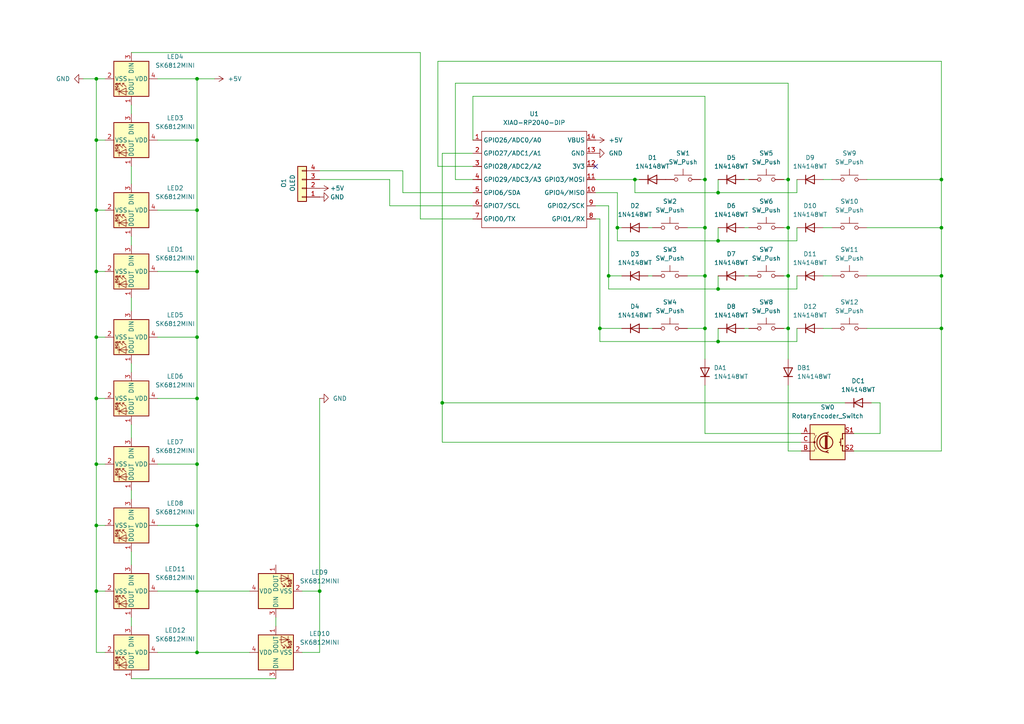
<source format=kicad_sch>
(kicad_sch
	(version 20250114)
	(generator "eeschema")
	(generator_version "9.0")
	(uuid "cf0d4a98-d583-4356-b598-b3c55a93b16e")
	(paper "A4")
	(lib_symbols
		(symbol "Connector_Generic:Conn_01x04"
			(pin_names
				(offset 1.016)
				(hide yes)
			)
			(exclude_from_sim no)
			(in_bom yes)
			(on_board yes)
			(property "Reference" "J"
				(at 0 5.08 0)
				(effects
					(font
						(size 1.27 1.27)
					)
				)
			)
			(property "Value" "Conn_01x04"
				(at 0 -7.62 0)
				(effects
					(font
						(size 1.27 1.27)
					)
				)
			)
			(property "Footprint" ""
				(at 0 0 0)
				(effects
					(font
						(size 1.27 1.27)
					)
					(hide yes)
				)
			)
			(property "Datasheet" "~"
				(at 0 0 0)
				(effects
					(font
						(size 1.27 1.27)
					)
					(hide yes)
				)
			)
			(property "Description" "Generic connector, single row, 01x04, script generated (kicad-library-utils/schlib/autogen/connector/)"
				(at 0 0 0)
				(effects
					(font
						(size 1.27 1.27)
					)
					(hide yes)
				)
			)
			(property "ki_keywords" "connector"
				(at 0 0 0)
				(effects
					(font
						(size 1.27 1.27)
					)
					(hide yes)
				)
			)
			(property "ki_fp_filters" "Connector*:*_1x??_*"
				(at 0 0 0)
				(effects
					(font
						(size 1.27 1.27)
					)
					(hide yes)
				)
			)
			(symbol "Conn_01x04_1_1"
				(rectangle
					(start -1.27 3.81)
					(end 1.27 -6.35)
					(stroke
						(width 0.254)
						(type default)
					)
					(fill
						(type background)
					)
				)
				(rectangle
					(start -1.27 2.667)
					(end 0 2.413)
					(stroke
						(width 0.1524)
						(type default)
					)
					(fill
						(type none)
					)
				)
				(rectangle
					(start -1.27 0.127)
					(end 0 -0.127)
					(stroke
						(width 0.1524)
						(type default)
					)
					(fill
						(type none)
					)
				)
				(rectangle
					(start -1.27 -2.413)
					(end 0 -2.667)
					(stroke
						(width 0.1524)
						(type default)
					)
					(fill
						(type none)
					)
				)
				(rectangle
					(start -1.27 -4.953)
					(end 0 -5.207)
					(stroke
						(width 0.1524)
						(type default)
					)
					(fill
						(type none)
					)
				)
				(pin passive line
					(at -5.08 2.54 0)
					(length 3.81)
					(name "Pin_1"
						(effects
							(font
								(size 1.27 1.27)
							)
						)
					)
					(number "1"
						(effects
							(font
								(size 1.27 1.27)
							)
						)
					)
				)
				(pin passive line
					(at -5.08 0 0)
					(length 3.81)
					(name "Pin_2"
						(effects
							(font
								(size 1.27 1.27)
							)
						)
					)
					(number "2"
						(effects
							(font
								(size 1.27 1.27)
							)
						)
					)
				)
				(pin passive line
					(at -5.08 -2.54 0)
					(length 3.81)
					(name "Pin_3"
						(effects
							(font
								(size 1.27 1.27)
							)
						)
					)
					(number "3"
						(effects
							(font
								(size 1.27 1.27)
							)
						)
					)
				)
				(pin passive line
					(at -5.08 -5.08 0)
					(length 3.81)
					(name "Pin_4"
						(effects
							(font
								(size 1.27 1.27)
							)
						)
					)
					(number "4"
						(effects
							(font
								(size 1.27 1.27)
							)
						)
					)
				)
			)
			(embedded_fonts no)
		)
		(symbol "Device:RotaryEncoder_Switch"
			(pin_names
				(offset 0.254)
				(hide yes)
			)
			(exclude_from_sim no)
			(in_bom yes)
			(on_board yes)
			(property "Reference" "SW"
				(at 0 6.604 0)
				(effects
					(font
						(size 1.27 1.27)
					)
				)
			)
			(property "Value" "RotaryEncoder_Switch"
				(at 0 -6.604 0)
				(effects
					(font
						(size 1.27 1.27)
					)
				)
			)
			(property "Footprint" ""
				(at -3.81 4.064 0)
				(effects
					(font
						(size 1.27 1.27)
					)
					(hide yes)
				)
			)
			(property "Datasheet" "~"
				(at 0 6.604 0)
				(effects
					(font
						(size 1.27 1.27)
					)
					(hide yes)
				)
			)
			(property "Description" "Rotary encoder, dual channel, incremental quadrate outputs, with switch"
				(at 0 0 0)
				(effects
					(font
						(size 1.27 1.27)
					)
					(hide yes)
				)
			)
			(property "ki_keywords" "rotary switch encoder switch push button"
				(at 0 0 0)
				(effects
					(font
						(size 1.27 1.27)
					)
					(hide yes)
				)
			)
			(property "ki_fp_filters" "RotaryEncoder*Switch*"
				(at 0 0 0)
				(effects
					(font
						(size 1.27 1.27)
					)
					(hide yes)
				)
			)
			(symbol "RotaryEncoder_Switch_0_1"
				(rectangle
					(start -5.08 5.08)
					(end 5.08 -5.08)
					(stroke
						(width 0.254)
						(type default)
					)
					(fill
						(type background)
					)
				)
				(polyline
					(pts
						(xy -5.08 2.54) (xy -3.81 2.54) (xy -3.81 2.032)
					)
					(stroke
						(width 0)
						(type default)
					)
					(fill
						(type none)
					)
				)
				(polyline
					(pts
						(xy -5.08 0) (xy -3.81 0) (xy -3.81 -1.016) (xy -3.302 -2.032)
					)
					(stroke
						(width 0)
						(type default)
					)
					(fill
						(type none)
					)
				)
				(polyline
					(pts
						(xy -5.08 -2.54) (xy -3.81 -2.54) (xy -3.81 -2.032)
					)
					(stroke
						(width 0)
						(type default)
					)
					(fill
						(type none)
					)
				)
				(polyline
					(pts
						(xy -4.318 0) (xy -3.81 0) (xy -3.81 1.016) (xy -3.302 2.032)
					)
					(stroke
						(width 0)
						(type default)
					)
					(fill
						(type none)
					)
				)
				(circle
					(center -3.81 0)
					(radius 0.254)
					(stroke
						(width 0)
						(type default)
					)
					(fill
						(type outline)
					)
				)
				(polyline
					(pts
						(xy -0.635 -1.778) (xy -0.635 1.778)
					)
					(stroke
						(width 0.254)
						(type default)
					)
					(fill
						(type none)
					)
				)
				(circle
					(center -0.381 0)
					(radius 1.905)
					(stroke
						(width 0.254)
						(type default)
					)
					(fill
						(type none)
					)
				)
				(polyline
					(pts
						(xy -0.381 -1.778) (xy -0.381 1.778)
					)
					(stroke
						(width 0.254)
						(type default)
					)
					(fill
						(type none)
					)
				)
				(arc
					(start -0.381 -2.794)
					(mid -3.0988 -0.0635)
					(end -0.381 2.667)
					(stroke
						(width 0.254)
						(type default)
					)
					(fill
						(type none)
					)
				)
				(polyline
					(pts
						(xy -0.127 1.778) (xy -0.127 -1.778)
					)
					(stroke
						(width 0.254)
						(type default)
					)
					(fill
						(type none)
					)
				)
				(polyline
					(pts
						(xy 0.254 2.921) (xy -0.508 2.667) (xy 0.127 2.286)
					)
					(stroke
						(width 0.254)
						(type default)
					)
					(fill
						(type none)
					)
				)
				(polyline
					(pts
						(xy 0.254 -3.048) (xy -0.508 -2.794) (xy 0.127 -2.413)
					)
					(stroke
						(width 0.254)
						(type default)
					)
					(fill
						(type none)
					)
				)
				(polyline
					(pts
						(xy 3.81 1.016) (xy 3.81 -1.016)
					)
					(stroke
						(width 0.254)
						(type default)
					)
					(fill
						(type none)
					)
				)
				(polyline
					(pts
						(xy 3.81 0) (xy 3.429 0)
					)
					(stroke
						(width 0.254)
						(type default)
					)
					(fill
						(type none)
					)
				)
				(circle
					(center 4.318 1.016)
					(radius 0.127)
					(stroke
						(width 0.254)
						(type default)
					)
					(fill
						(type none)
					)
				)
				(circle
					(center 4.318 -1.016)
					(radius 0.127)
					(stroke
						(width 0.254)
						(type default)
					)
					(fill
						(type none)
					)
				)
				(polyline
					(pts
						(xy 5.08 2.54) (xy 4.318 2.54) (xy 4.318 1.016)
					)
					(stroke
						(width 0.254)
						(type default)
					)
					(fill
						(type none)
					)
				)
				(polyline
					(pts
						(xy 5.08 -2.54) (xy 4.318 -2.54) (xy 4.318 -1.016)
					)
					(stroke
						(width 0.254)
						(type default)
					)
					(fill
						(type none)
					)
				)
			)
			(symbol "RotaryEncoder_Switch_1_1"
				(pin passive line
					(at -7.62 2.54 0)
					(length 2.54)
					(name "A"
						(effects
							(font
								(size 1.27 1.27)
							)
						)
					)
					(number "A"
						(effects
							(font
								(size 1.27 1.27)
							)
						)
					)
				)
				(pin passive line
					(at -7.62 0 0)
					(length 2.54)
					(name "C"
						(effects
							(font
								(size 1.27 1.27)
							)
						)
					)
					(number "C"
						(effects
							(font
								(size 1.27 1.27)
							)
						)
					)
				)
				(pin passive line
					(at -7.62 -2.54 0)
					(length 2.54)
					(name "B"
						(effects
							(font
								(size 1.27 1.27)
							)
						)
					)
					(number "B"
						(effects
							(font
								(size 1.27 1.27)
							)
						)
					)
				)
				(pin passive line
					(at 7.62 2.54 180)
					(length 2.54)
					(name "S1"
						(effects
							(font
								(size 1.27 1.27)
							)
						)
					)
					(number "S1"
						(effects
							(font
								(size 1.27 1.27)
							)
						)
					)
				)
				(pin passive line
					(at 7.62 -2.54 180)
					(length 2.54)
					(name "S2"
						(effects
							(font
								(size 1.27 1.27)
							)
						)
					)
					(number "S2"
						(effects
							(font
								(size 1.27 1.27)
							)
						)
					)
				)
			)
			(embedded_fonts no)
		)
		(symbol "Diode:1N4148WT"
			(pin_numbers
				(hide yes)
			)
			(pin_names
				(hide yes)
			)
			(exclude_from_sim no)
			(in_bom yes)
			(on_board yes)
			(property "Reference" "D"
				(at 0 2.54 0)
				(effects
					(font
						(size 1.27 1.27)
					)
				)
			)
			(property "Value" "1N4148WT"
				(at 0 -2.54 0)
				(effects
					(font
						(size 1.27 1.27)
					)
				)
			)
			(property "Footprint" "Diode_SMD:D_SOD-523"
				(at 0 -4.445 0)
				(effects
					(font
						(size 1.27 1.27)
					)
					(hide yes)
				)
			)
			(property "Datasheet" "https://www.diodes.com/assets/Datasheets/ds30396.pdf"
				(at 0 0 0)
				(effects
					(font
						(size 1.27 1.27)
					)
					(hide yes)
				)
			)
			(property "Description" "75V 0.15A Fast switching Diode, SOD-523"
				(at 0 0 0)
				(effects
					(font
						(size 1.27 1.27)
					)
					(hide yes)
				)
			)
			(property "Sim.Device" "D"
				(at 0 0 0)
				(effects
					(font
						(size 1.27 1.27)
					)
					(hide yes)
				)
			)
			(property "Sim.Pins" "1=K 2=A"
				(at 0 0 0)
				(effects
					(font
						(size 1.27 1.27)
					)
					(hide yes)
				)
			)
			(property "ki_keywords" "diode"
				(at 0 0 0)
				(effects
					(font
						(size 1.27 1.27)
					)
					(hide yes)
				)
			)
			(property "ki_fp_filters" "D*SOD?523*"
				(at 0 0 0)
				(effects
					(font
						(size 1.27 1.27)
					)
					(hide yes)
				)
			)
			(symbol "1N4148WT_0_1"
				(polyline
					(pts
						(xy -1.27 1.27) (xy -1.27 -1.27)
					)
					(stroke
						(width 0.254)
						(type default)
					)
					(fill
						(type none)
					)
				)
				(polyline
					(pts
						(xy 1.27 1.27) (xy 1.27 -1.27) (xy -1.27 0) (xy 1.27 1.27)
					)
					(stroke
						(width 0.254)
						(type default)
					)
					(fill
						(type none)
					)
				)
				(polyline
					(pts
						(xy 1.27 0) (xy -1.27 0)
					)
					(stroke
						(width 0)
						(type default)
					)
					(fill
						(type none)
					)
				)
			)
			(symbol "1N4148WT_1_1"
				(pin passive line
					(at -3.81 0 0)
					(length 2.54)
					(name "K"
						(effects
							(font
								(size 1.27 1.27)
							)
						)
					)
					(number "1"
						(effects
							(font
								(size 1.27 1.27)
							)
						)
					)
				)
				(pin passive line
					(at 3.81 0 180)
					(length 2.54)
					(name "A"
						(effects
							(font
								(size 1.27 1.27)
							)
						)
					)
					(number "2"
						(effects
							(font
								(size 1.27 1.27)
							)
						)
					)
				)
			)
			(embedded_fonts no)
		)
		(symbol "LED:SK6812MINI"
			(pin_names
				(offset 0.254)
			)
			(exclude_from_sim no)
			(in_bom yes)
			(on_board yes)
			(property "Reference" "D"
				(at 5.08 5.715 0)
				(effects
					(font
						(size 1.27 1.27)
					)
					(justify right bottom)
				)
			)
			(property "Value" "SK6812MINI"
				(at 1.27 -5.715 0)
				(effects
					(font
						(size 1.27 1.27)
					)
					(justify left top)
				)
			)
			(property "Footprint" "LED_SMD:LED_SK6812MINI_PLCC4_3.5x3.5mm_P1.75mm"
				(at 1.27 -7.62 0)
				(effects
					(font
						(size 1.27 1.27)
					)
					(justify left top)
					(hide yes)
				)
			)
			(property "Datasheet" "https://cdn-shop.adafruit.com/product-files/2686/SK6812MINI_REV.01-1-2.pdf"
				(at 2.54 -9.525 0)
				(effects
					(font
						(size 1.27 1.27)
					)
					(justify left top)
					(hide yes)
				)
			)
			(property "Description" "RGB LED with integrated controller"
				(at 0 0 0)
				(effects
					(font
						(size 1.27 1.27)
					)
					(hide yes)
				)
			)
			(property "ki_keywords" "RGB LED NeoPixel Mini addressable"
				(at 0 0 0)
				(effects
					(font
						(size 1.27 1.27)
					)
					(hide yes)
				)
			)
			(property "ki_fp_filters" "LED*SK6812MINI*PLCC*3.5x3.5mm*P1.75mm*"
				(at 0 0 0)
				(effects
					(font
						(size 1.27 1.27)
					)
					(hide yes)
				)
			)
			(symbol "SK6812MINI_0_0"
				(text "RGB"
					(at 2.286 -4.191 0)
					(effects
						(font
							(size 0.762 0.762)
						)
					)
				)
			)
			(symbol "SK6812MINI_0_1"
				(polyline
					(pts
						(xy 1.27 -2.54) (xy 1.778 -2.54)
					)
					(stroke
						(width 0)
						(type default)
					)
					(fill
						(type none)
					)
				)
				(polyline
					(pts
						(xy 1.27 -3.556) (xy 1.778 -3.556)
					)
					(stroke
						(width 0)
						(type default)
					)
					(fill
						(type none)
					)
				)
				(polyline
					(pts
						(xy 2.286 -1.524) (xy 1.27 -2.54) (xy 1.27 -2.032)
					)
					(stroke
						(width 0)
						(type default)
					)
					(fill
						(type none)
					)
				)
				(polyline
					(pts
						(xy 2.286 -2.54) (xy 1.27 -3.556) (xy 1.27 -3.048)
					)
					(stroke
						(width 0)
						(type default)
					)
					(fill
						(type none)
					)
				)
				(polyline
					(pts
						(xy 3.683 -1.016) (xy 3.683 -3.556) (xy 3.683 -4.064)
					)
					(stroke
						(width 0)
						(type default)
					)
					(fill
						(type none)
					)
				)
				(polyline
					(pts
						(xy 4.699 -1.524) (xy 2.667 -1.524) (xy 3.683 -3.556) (xy 4.699 -1.524)
					)
					(stroke
						(width 0)
						(type default)
					)
					(fill
						(type none)
					)
				)
				(polyline
					(pts
						(xy 4.699 -3.556) (xy 2.667 -3.556)
					)
					(stroke
						(width 0)
						(type default)
					)
					(fill
						(type none)
					)
				)
				(rectangle
					(start 5.08 5.08)
					(end -5.08 -5.08)
					(stroke
						(width 0.254)
						(type default)
					)
					(fill
						(type background)
					)
				)
			)
			(symbol "SK6812MINI_1_1"
				(pin input line
					(at -7.62 0 0)
					(length 2.54)
					(name "DIN"
						(effects
							(font
								(size 1.27 1.27)
							)
						)
					)
					(number "3"
						(effects
							(font
								(size 1.27 1.27)
							)
						)
					)
				)
				(pin power_in line
					(at 0 7.62 270)
					(length 2.54)
					(name "VDD"
						(effects
							(font
								(size 1.27 1.27)
							)
						)
					)
					(number "4"
						(effects
							(font
								(size 1.27 1.27)
							)
						)
					)
				)
				(pin power_in line
					(at 0 -7.62 90)
					(length 2.54)
					(name "VSS"
						(effects
							(font
								(size 1.27 1.27)
							)
						)
					)
					(number "2"
						(effects
							(font
								(size 1.27 1.27)
							)
						)
					)
				)
				(pin output line
					(at 7.62 0 180)
					(length 2.54)
					(name "DOUT"
						(effects
							(font
								(size 1.27 1.27)
							)
						)
					)
					(number "1"
						(effects
							(font
								(size 1.27 1.27)
							)
						)
					)
				)
			)
			(embedded_fonts no)
		)
		(symbol "Seeed_Studio_XIAO_Series:XIAO-RP2040-DIP"
			(exclude_from_sim no)
			(in_bom yes)
			(on_board yes)
			(property "Reference" "U"
				(at 0 0 0)
				(effects
					(font
						(size 1.27 1.27)
					)
				)
			)
			(property "Value" "XIAO-RP2040-DIP"
				(at 5.334 -1.778 0)
				(effects
					(font
						(size 1.27 1.27)
					)
				)
			)
			(property "Footprint" "Module:MOUDLE14P-XIAO-DIP-SMD"
				(at 14.478 -32.258 0)
				(effects
					(font
						(size 1.27 1.27)
					)
					(hide yes)
				)
			)
			(property "Datasheet" ""
				(at 0 0 0)
				(effects
					(font
						(size 1.27 1.27)
					)
					(hide yes)
				)
			)
			(property "Description" ""
				(at 0 0 0)
				(effects
					(font
						(size 1.27 1.27)
					)
					(hide yes)
				)
			)
			(symbol "XIAO-RP2040-DIP_1_0"
				(polyline
					(pts
						(xy -1.27 -2.54) (xy 29.21 -2.54)
					)
					(stroke
						(width 0.1524)
						(type solid)
					)
					(fill
						(type none)
					)
				)
				(polyline
					(pts
						(xy -1.27 -5.08) (xy -2.54 -5.08)
					)
					(stroke
						(width 0.1524)
						(type solid)
					)
					(fill
						(type none)
					)
				)
				(polyline
					(pts
						(xy -1.27 -5.08) (xy -1.27 -2.54)
					)
					(stroke
						(width 0.1524)
						(type solid)
					)
					(fill
						(type none)
					)
				)
				(polyline
					(pts
						(xy -1.27 -8.89) (xy -2.54 -8.89)
					)
					(stroke
						(width 0.1524)
						(type solid)
					)
					(fill
						(type none)
					)
				)
				(polyline
					(pts
						(xy -1.27 -8.89) (xy -1.27 -5.08)
					)
					(stroke
						(width 0.1524)
						(type solid)
					)
					(fill
						(type none)
					)
				)
				(polyline
					(pts
						(xy -1.27 -12.7) (xy -2.54 -12.7)
					)
					(stroke
						(width 0.1524)
						(type solid)
					)
					(fill
						(type none)
					)
				)
				(polyline
					(pts
						(xy -1.27 -12.7) (xy -1.27 -8.89)
					)
					(stroke
						(width 0.1524)
						(type solid)
					)
					(fill
						(type none)
					)
				)
				(polyline
					(pts
						(xy -1.27 -16.51) (xy -2.54 -16.51)
					)
					(stroke
						(width 0.1524)
						(type solid)
					)
					(fill
						(type none)
					)
				)
				(polyline
					(pts
						(xy -1.27 -16.51) (xy -1.27 -12.7)
					)
					(stroke
						(width 0.1524)
						(type solid)
					)
					(fill
						(type none)
					)
				)
				(polyline
					(pts
						(xy -1.27 -20.32) (xy -2.54 -20.32)
					)
					(stroke
						(width 0.1524)
						(type solid)
					)
					(fill
						(type none)
					)
				)
				(polyline
					(pts
						(xy -1.27 -24.13) (xy -2.54 -24.13)
					)
					(stroke
						(width 0.1524)
						(type solid)
					)
					(fill
						(type none)
					)
				)
				(polyline
					(pts
						(xy -1.27 -27.94) (xy -2.54 -27.94)
					)
					(stroke
						(width 0.1524)
						(type solid)
					)
					(fill
						(type none)
					)
				)
				(polyline
					(pts
						(xy -1.27 -30.48) (xy -1.27 -16.51)
					)
					(stroke
						(width 0.1524)
						(type solid)
					)
					(fill
						(type none)
					)
				)
				(polyline
					(pts
						(xy 29.21 -2.54) (xy 29.21 -5.08)
					)
					(stroke
						(width 0.1524)
						(type solid)
					)
					(fill
						(type none)
					)
				)
				(polyline
					(pts
						(xy 29.21 -5.08) (xy 29.21 -8.89)
					)
					(stroke
						(width 0.1524)
						(type solid)
					)
					(fill
						(type none)
					)
				)
				(polyline
					(pts
						(xy 29.21 -8.89) (xy 29.21 -12.7)
					)
					(stroke
						(width 0.1524)
						(type solid)
					)
					(fill
						(type none)
					)
				)
				(polyline
					(pts
						(xy 29.21 -12.7) (xy 29.21 -30.48)
					)
					(stroke
						(width 0.1524)
						(type solid)
					)
					(fill
						(type none)
					)
				)
				(polyline
					(pts
						(xy 29.21 -30.48) (xy -1.27 -30.48)
					)
					(stroke
						(width 0.1524)
						(type solid)
					)
					(fill
						(type none)
					)
				)
				(polyline
					(pts
						(xy 30.48 -5.08) (xy 29.21 -5.08)
					)
					(stroke
						(width 0.1524)
						(type solid)
					)
					(fill
						(type none)
					)
				)
				(polyline
					(pts
						(xy 30.48 -8.89) (xy 29.21 -8.89)
					)
					(stroke
						(width 0.1524)
						(type solid)
					)
					(fill
						(type none)
					)
				)
				(polyline
					(pts
						(xy 30.48 -12.7) (xy 29.21 -12.7)
					)
					(stroke
						(width 0.1524)
						(type solid)
					)
					(fill
						(type none)
					)
				)
				(polyline
					(pts
						(xy 30.48 -16.51) (xy 29.21 -16.51)
					)
					(stroke
						(width 0.1524)
						(type solid)
					)
					(fill
						(type none)
					)
				)
				(polyline
					(pts
						(xy 30.48 -20.32) (xy 29.21 -20.32)
					)
					(stroke
						(width 0.1524)
						(type solid)
					)
					(fill
						(type none)
					)
				)
				(polyline
					(pts
						(xy 30.48 -24.13) (xy 29.21 -24.13)
					)
					(stroke
						(width 0.1524)
						(type solid)
					)
					(fill
						(type none)
					)
				)
				(polyline
					(pts
						(xy 30.48 -27.94) (xy 29.21 -27.94)
					)
					(stroke
						(width 0.1524)
						(type solid)
					)
					(fill
						(type none)
					)
				)
				(pin passive line
					(at -3.81 -5.08 0)
					(length 2.54)
					(name "GPIO26/ADC0/A0"
						(effects
							(font
								(size 1.27 1.27)
							)
						)
					)
					(number "1"
						(effects
							(font
								(size 1.27 1.27)
							)
						)
					)
				)
				(pin passive line
					(at -3.81 -8.89 0)
					(length 2.54)
					(name "GPIO27/ADC1/A1"
						(effects
							(font
								(size 1.27 1.27)
							)
						)
					)
					(number "2"
						(effects
							(font
								(size 1.27 1.27)
							)
						)
					)
				)
				(pin passive line
					(at -3.81 -12.7 0)
					(length 2.54)
					(name "GPIO28/ADC2/A2"
						(effects
							(font
								(size 1.27 1.27)
							)
						)
					)
					(number "3"
						(effects
							(font
								(size 1.27 1.27)
							)
						)
					)
				)
				(pin passive line
					(at -3.81 -16.51 0)
					(length 2.54)
					(name "GPIO29/ADC3/A3"
						(effects
							(font
								(size 1.27 1.27)
							)
						)
					)
					(number "4"
						(effects
							(font
								(size 1.27 1.27)
							)
						)
					)
				)
				(pin passive line
					(at -3.81 -20.32 0)
					(length 2.54)
					(name "GPIO6/SDA"
						(effects
							(font
								(size 1.27 1.27)
							)
						)
					)
					(number "5"
						(effects
							(font
								(size 1.27 1.27)
							)
						)
					)
				)
				(pin passive line
					(at -3.81 -24.13 0)
					(length 2.54)
					(name "GPIO7/SCL"
						(effects
							(font
								(size 1.27 1.27)
							)
						)
					)
					(number "6"
						(effects
							(font
								(size 1.27 1.27)
							)
						)
					)
				)
				(pin passive line
					(at -3.81 -27.94 0)
					(length 2.54)
					(name "GPIO0/TX"
						(effects
							(font
								(size 1.27 1.27)
							)
						)
					)
					(number "7"
						(effects
							(font
								(size 1.27 1.27)
							)
						)
					)
				)
				(pin passive line
					(at 31.75 -5.08 180)
					(length 2.54)
					(name "VBUS"
						(effects
							(font
								(size 1.27 1.27)
							)
						)
					)
					(number "14"
						(effects
							(font
								(size 1.27 1.27)
							)
						)
					)
				)
				(pin passive line
					(at 31.75 -8.89 180)
					(length 2.54)
					(name "GND"
						(effects
							(font
								(size 1.27 1.27)
							)
						)
					)
					(number "13"
						(effects
							(font
								(size 1.27 1.27)
							)
						)
					)
				)
				(pin passive line
					(at 31.75 -12.7 180)
					(length 2.54)
					(name "3V3"
						(effects
							(font
								(size 1.27 1.27)
							)
						)
					)
					(number "12"
						(effects
							(font
								(size 1.27 1.27)
							)
						)
					)
				)
				(pin passive line
					(at 31.75 -16.51 180)
					(length 2.54)
					(name "GPIO3/MOSI"
						(effects
							(font
								(size 1.27 1.27)
							)
						)
					)
					(number "11"
						(effects
							(font
								(size 1.27 1.27)
							)
						)
					)
				)
				(pin passive line
					(at 31.75 -20.32 180)
					(length 2.54)
					(name "GPIO4/MISO"
						(effects
							(font
								(size 1.27 1.27)
							)
						)
					)
					(number "10"
						(effects
							(font
								(size 1.27 1.27)
							)
						)
					)
				)
				(pin passive line
					(at 31.75 -24.13 180)
					(length 2.54)
					(name "GPIO2/SCK"
						(effects
							(font
								(size 1.27 1.27)
							)
						)
					)
					(number "9"
						(effects
							(font
								(size 1.27 1.27)
							)
						)
					)
				)
				(pin passive line
					(at 31.75 -27.94 180)
					(length 2.54)
					(name "GPIO1/RX"
						(effects
							(font
								(size 1.27 1.27)
							)
						)
					)
					(number "8"
						(effects
							(font
								(size 1.27 1.27)
							)
						)
					)
				)
			)
			(embedded_fonts no)
		)
		(symbol "Switch:SW_Push"
			(pin_numbers
				(hide yes)
			)
			(pin_names
				(offset 1.016)
				(hide yes)
			)
			(exclude_from_sim no)
			(in_bom yes)
			(on_board yes)
			(property "Reference" "SW"
				(at 1.27 2.54 0)
				(effects
					(font
						(size 1.27 1.27)
					)
					(justify left)
				)
			)
			(property "Value" "SW_Push"
				(at 0 -1.524 0)
				(effects
					(font
						(size 1.27 1.27)
					)
				)
			)
			(property "Footprint" ""
				(at 0 5.08 0)
				(effects
					(font
						(size 1.27 1.27)
					)
					(hide yes)
				)
			)
			(property "Datasheet" "~"
				(at 0 5.08 0)
				(effects
					(font
						(size 1.27 1.27)
					)
					(hide yes)
				)
			)
			(property "Description" "Push button switch, generic, two pins"
				(at 0 0 0)
				(effects
					(font
						(size 1.27 1.27)
					)
					(hide yes)
				)
			)
			(property "ki_keywords" "switch normally-open pushbutton push-button"
				(at 0 0 0)
				(effects
					(font
						(size 1.27 1.27)
					)
					(hide yes)
				)
			)
			(symbol "SW_Push_0_1"
				(circle
					(center -2.032 0)
					(radius 0.508)
					(stroke
						(width 0)
						(type default)
					)
					(fill
						(type none)
					)
				)
				(polyline
					(pts
						(xy 0 1.27) (xy 0 3.048)
					)
					(stroke
						(width 0)
						(type default)
					)
					(fill
						(type none)
					)
				)
				(circle
					(center 2.032 0)
					(radius 0.508)
					(stroke
						(width 0)
						(type default)
					)
					(fill
						(type none)
					)
				)
				(polyline
					(pts
						(xy 2.54 1.27) (xy -2.54 1.27)
					)
					(stroke
						(width 0)
						(type default)
					)
					(fill
						(type none)
					)
				)
				(pin passive line
					(at -5.08 0 0)
					(length 2.54)
					(name "1"
						(effects
							(font
								(size 1.27 1.27)
							)
						)
					)
					(number "1"
						(effects
							(font
								(size 1.27 1.27)
							)
						)
					)
				)
				(pin passive line
					(at 5.08 0 180)
					(length 2.54)
					(name "2"
						(effects
							(font
								(size 1.27 1.27)
							)
						)
					)
					(number "2"
						(effects
							(font
								(size 1.27 1.27)
							)
						)
					)
				)
			)
			(embedded_fonts no)
		)
		(symbol "power:+5V"
			(power)
			(pin_numbers
				(hide yes)
			)
			(pin_names
				(offset 0)
				(hide yes)
			)
			(exclude_from_sim no)
			(in_bom yes)
			(on_board yes)
			(property "Reference" "#PWR"
				(at 0 -3.81 0)
				(effects
					(font
						(size 1.27 1.27)
					)
					(hide yes)
				)
			)
			(property "Value" "+5V"
				(at 0 3.556 0)
				(effects
					(font
						(size 1.27 1.27)
					)
				)
			)
			(property "Footprint" ""
				(at 0 0 0)
				(effects
					(font
						(size 1.27 1.27)
					)
					(hide yes)
				)
			)
			(property "Datasheet" ""
				(at 0 0 0)
				(effects
					(font
						(size 1.27 1.27)
					)
					(hide yes)
				)
			)
			(property "Description" "Power symbol creates a global label with name \"+5V\""
				(at 0 0 0)
				(effects
					(font
						(size 1.27 1.27)
					)
					(hide yes)
				)
			)
			(property "ki_keywords" "global power"
				(at 0 0 0)
				(effects
					(font
						(size 1.27 1.27)
					)
					(hide yes)
				)
			)
			(symbol "+5V_0_1"
				(polyline
					(pts
						(xy -0.762 1.27) (xy 0 2.54)
					)
					(stroke
						(width 0)
						(type default)
					)
					(fill
						(type none)
					)
				)
				(polyline
					(pts
						(xy 0 2.54) (xy 0.762 1.27)
					)
					(stroke
						(width 0)
						(type default)
					)
					(fill
						(type none)
					)
				)
				(polyline
					(pts
						(xy 0 0) (xy 0 2.54)
					)
					(stroke
						(width 0)
						(type default)
					)
					(fill
						(type none)
					)
				)
			)
			(symbol "+5V_1_1"
				(pin power_in line
					(at 0 0 90)
					(length 0)
					(name "~"
						(effects
							(font
								(size 1.27 1.27)
							)
						)
					)
					(number "1"
						(effects
							(font
								(size 1.27 1.27)
							)
						)
					)
				)
			)
			(embedded_fonts no)
		)
		(symbol "power:GND"
			(power)
			(pin_numbers
				(hide yes)
			)
			(pin_names
				(offset 0)
				(hide yes)
			)
			(exclude_from_sim no)
			(in_bom yes)
			(on_board yes)
			(property "Reference" "#PWR"
				(at 0 -6.35 0)
				(effects
					(font
						(size 1.27 1.27)
					)
					(hide yes)
				)
			)
			(property "Value" "GND"
				(at 0 -3.81 0)
				(effects
					(font
						(size 1.27 1.27)
					)
				)
			)
			(property "Footprint" ""
				(at 0 0 0)
				(effects
					(font
						(size 1.27 1.27)
					)
					(hide yes)
				)
			)
			(property "Datasheet" ""
				(at 0 0 0)
				(effects
					(font
						(size 1.27 1.27)
					)
					(hide yes)
				)
			)
			(property "Description" "Power symbol creates a global label with name \"GND\" , ground"
				(at 0 0 0)
				(effects
					(font
						(size 1.27 1.27)
					)
					(hide yes)
				)
			)
			(property "ki_keywords" "global power"
				(at 0 0 0)
				(effects
					(font
						(size 1.27 1.27)
					)
					(hide yes)
				)
			)
			(symbol "GND_0_1"
				(polyline
					(pts
						(xy 0 0) (xy 0 -1.27) (xy 1.27 -1.27) (xy 0 -2.54) (xy -1.27 -1.27) (xy 0 -1.27)
					)
					(stroke
						(width 0)
						(type default)
					)
					(fill
						(type none)
					)
				)
			)
			(symbol "GND_1_1"
				(pin power_in line
					(at 0 0 270)
					(length 0)
					(name "~"
						(effects
							(font
								(size 1.27 1.27)
							)
						)
					)
					(number "1"
						(effects
							(font
								(size 1.27 1.27)
							)
						)
					)
				)
			)
			(embedded_fonts no)
		)
		(symbol "power:VCC"
			(power)
			(pin_numbers
				(hide yes)
			)
			(pin_names
				(offset 0)
				(hide yes)
			)
			(exclude_from_sim no)
			(in_bom yes)
			(on_board yes)
			(property "Reference" "#PWR"
				(at 0 -3.81 0)
				(effects
					(font
						(size 1.27 1.27)
					)
					(hide yes)
				)
			)
			(property "Value" "VCC"
				(at 0 3.556 0)
				(effects
					(font
						(size 1.27 1.27)
					)
				)
			)
			(property "Footprint" ""
				(at 0 0 0)
				(effects
					(font
						(size 1.27 1.27)
					)
					(hide yes)
				)
			)
			(property "Datasheet" ""
				(at 0 0 0)
				(effects
					(font
						(size 1.27 1.27)
					)
					(hide yes)
				)
			)
			(property "Description" "Power symbol creates a global label with name \"VCC\""
				(at 0 0 0)
				(effects
					(font
						(size 1.27 1.27)
					)
					(hide yes)
				)
			)
			(property "ki_keywords" "global power"
				(at 0 0 0)
				(effects
					(font
						(size 1.27 1.27)
					)
					(hide yes)
				)
			)
			(symbol "VCC_0_1"
				(polyline
					(pts
						(xy -0.762 1.27) (xy 0 2.54)
					)
					(stroke
						(width 0)
						(type default)
					)
					(fill
						(type none)
					)
				)
				(polyline
					(pts
						(xy 0 2.54) (xy 0.762 1.27)
					)
					(stroke
						(width 0)
						(type default)
					)
					(fill
						(type none)
					)
				)
				(polyline
					(pts
						(xy 0 0) (xy 0 2.54)
					)
					(stroke
						(width 0)
						(type default)
					)
					(fill
						(type none)
					)
				)
			)
			(symbol "VCC_1_1"
				(pin power_in line
					(at 0 0 90)
					(length 0)
					(name "~"
						(effects
							(font
								(size 1.27 1.27)
							)
						)
					)
					(number "1"
						(effects
							(font
								(size 1.27 1.27)
							)
						)
					)
				)
			)
			(embedded_fonts no)
		)
	)
	(junction
		(at 204.47 95.25)
		(diameter 0)
		(color 0 0 0 0)
		(uuid "00141e79-45f7-4eac-99e3-6e3afdd2bda2")
	)
	(junction
		(at 179.07 66.04)
		(diameter 0)
		(color 0 0 0 0)
		(uuid "001e9b14-1fcb-476a-9371-20da2d6b59b6")
	)
	(junction
		(at 27.94 97.79)
		(diameter 0)
		(color 0 0 0 0)
		(uuid "0dbb5c5c-b12b-4d7b-85cf-1e00ea28030f")
	)
	(junction
		(at 204.47 80.01)
		(diameter 0)
		(color 0 0 0 0)
		(uuid "1990d064-3859-4115-bd1e-522f62674932")
	)
	(junction
		(at 208.28 69.85)
		(diameter 0)
		(color 0 0 0 0)
		(uuid "268d6abf-b488-4885-b149-458ac0626e53")
	)
	(junction
		(at 57.15 115.57)
		(diameter 0)
		(color 0 0 0 0)
		(uuid "2c4b1a97-eaca-43da-a144-e3f5f3196fc4")
	)
	(junction
		(at 27.94 171.45)
		(diameter 0)
		(color 0 0 0 0)
		(uuid "33ec8b53-5380-428f-a510-d3992af249ea")
	)
	(junction
		(at 57.15 134.62)
		(diameter 0)
		(color 0 0 0 0)
		(uuid "3c3f6ad9-ce68-4874-a75f-76bcd78cd454")
	)
	(junction
		(at 27.94 40.64)
		(diameter 0)
		(color 0 0 0 0)
		(uuid "3c7535d4-1454-4cb2-97e9-0aef46358cdc")
	)
	(junction
		(at 176.53 80.01)
		(diameter 0)
		(color 0 0 0 0)
		(uuid "3d5d95dc-33b2-48db-a3c5-e3514074fe42")
	)
	(junction
		(at 27.94 60.96)
		(diameter 0)
		(color 0 0 0 0)
		(uuid "41b5cb7c-dccd-4ec1-88a2-9a4fe0c17c0b")
	)
	(junction
		(at 228.6 80.01)
		(diameter 0)
		(color 0 0 0 0)
		(uuid "41bdfe4a-b264-4a04-a1f7-75d43e6b0352")
	)
	(junction
		(at 27.94 152.4)
		(diameter 0)
		(color 0 0 0 0)
		(uuid "438408a0-90f0-4d17-a7d4-458d618e5e4c")
	)
	(junction
		(at 173.99 95.25)
		(diameter 0)
		(color 0 0 0 0)
		(uuid "46c7f0a9-c62a-408c-88b7-d8289371fb75")
	)
	(junction
		(at 228.6 95.25)
		(diameter 0)
		(color 0 0 0 0)
		(uuid "4cadf183-46f3-4a5a-bcfa-b73c372ced16")
	)
	(junction
		(at 27.94 115.57)
		(diameter 0)
		(color 0 0 0 0)
		(uuid "513737f6-6e18-42f6-907a-b9e69c6d30ef")
	)
	(junction
		(at 27.94 134.62)
		(diameter 0)
		(color 0 0 0 0)
		(uuid "5a844a96-3845-411e-ad31-6d9883274155")
	)
	(junction
		(at 228.6 52.07)
		(diameter 0)
		(color 0 0 0 0)
		(uuid "5c00cd53-7ee8-4bc8-be8e-66bf29d3ef47")
	)
	(junction
		(at 273.05 95.25)
		(diameter 0)
		(color 0 0 0 0)
		(uuid "5c39a423-22a4-45a2-937a-ffc926e33507")
	)
	(junction
		(at 273.05 66.04)
		(diameter 0)
		(color 0 0 0 0)
		(uuid "5d13e79b-f06e-4aef-9855-e9bf233c9fad")
	)
	(junction
		(at 204.47 66.04)
		(diameter 0)
		(color 0 0 0 0)
		(uuid "5d572587-6653-45ba-95e3-7b3e83e9ca8f")
	)
	(junction
		(at 208.28 83.82)
		(diameter 0)
		(color 0 0 0 0)
		(uuid "60477815-e1ba-4fc6-9e8f-b8663738de29")
	)
	(junction
		(at 57.15 22.86)
		(diameter 0)
		(color 0 0 0 0)
		(uuid "6229e017-625a-4422-8b13-de62ca18bb72")
	)
	(junction
		(at 273.05 52.07)
		(diameter 0)
		(color 0 0 0 0)
		(uuid "6d47cde3-d3b6-49e6-8b0f-1e6f206ff468")
	)
	(junction
		(at 208.28 55.88)
		(diameter 0)
		(color 0 0 0 0)
		(uuid "857f82e2-8d86-48a2-b975-70a86662dee5")
	)
	(junction
		(at 57.15 97.79)
		(diameter 0)
		(color 0 0 0 0)
		(uuid "863bc3c5-13f7-4ecd-beb4-40b7c95b5eec")
	)
	(junction
		(at 57.15 40.64)
		(diameter 0)
		(color 0 0 0 0)
		(uuid "94138fc4-7c03-4cea-8837-82050066e457")
	)
	(junction
		(at 57.15 189.23)
		(diameter 0)
		(color 0 0 0 0)
		(uuid "9c95001d-8f3a-4d11-b293-37109fd9fc21")
	)
	(junction
		(at 27.94 78.74)
		(diameter 0)
		(color 0 0 0 0)
		(uuid "a5ecac4c-04a6-45c3-bd7c-fe519f6c75ed")
	)
	(junction
		(at 57.15 60.96)
		(diameter 0)
		(color 0 0 0 0)
		(uuid "a6ca30a0-a9dc-43cf-a17f-b118195c1838")
	)
	(junction
		(at 273.05 80.01)
		(diameter 0)
		(color 0 0 0 0)
		(uuid "a8c82d94-828c-4fd6-b000-4546be9bc351")
	)
	(junction
		(at 57.15 78.74)
		(diameter 0)
		(color 0 0 0 0)
		(uuid "acb953b4-ad33-4b2e-af37-0456b886bd97")
	)
	(junction
		(at 57.15 152.4)
		(diameter 0)
		(color 0 0 0 0)
		(uuid "b90f3ab6-c10b-4441-9b4f-f5cde1529237")
	)
	(junction
		(at 208.28 99.06)
		(diameter 0)
		(color 0 0 0 0)
		(uuid "c4bc8769-c28e-4dcf-852e-ef222230b783")
	)
	(junction
		(at 27.94 22.86)
		(diameter 0)
		(color 0 0 0 0)
		(uuid "d2fe3cac-8481-45a2-a5c6-5bde7203178b")
	)
	(junction
		(at 204.47 52.07)
		(diameter 0)
		(color 0 0 0 0)
		(uuid "d9341a8d-b3b3-4103-aca8-b6114047d2d9")
	)
	(junction
		(at 92.71 171.45)
		(diameter 0)
		(color 0 0 0 0)
		(uuid "e31f8e69-7d91-4f9c-88a3-8afe5c3f2be4")
	)
	(junction
		(at 184.15 52.07)
		(diameter 0)
		(color 0 0 0 0)
		(uuid "f8ee479b-c896-401d-93e7-384e1b86b393")
	)
	(junction
		(at 228.6 66.04)
		(diameter 0)
		(color 0 0 0 0)
		(uuid "fac3e98f-c612-4b9d-90c9-086e877a0a76")
	)
	(junction
		(at 128.27 116.84)
		(diameter 0)
		(color 0 0 0 0)
		(uuid "fc298384-e62d-4fe6-bf0c-46f9225bb88d")
	)
	(junction
		(at 57.15 171.45)
		(diameter 0)
		(color 0 0 0 0)
		(uuid "ff8a57fe-a44c-4424-86bf-38343a85776a")
	)
	(no_connect
		(at 172.72 48.26)
		(uuid "fd4e48d7-013a-4c45-9312-d21fb2ba8b00")
	)
	(wire
		(pts
			(xy 57.15 22.86) (xy 57.15 40.64)
		)
		(stroke
			(width 0)
			(type default)
		)
		(uuid "05ed93ac-90ef-4bc7-b262-c8615e438d2f")
	)
	(wire
		(pts
			(xy 27.94 40.64) (xy 27.94 60.96)
		)
		(stroke
			(width 0)
			(type default)
		)
		(uuid "06c01504-6806-4007-b829-693fcbccc6aa")
	)
	(wire
		(pts
			(xy 232.41 128.27) (xy 128.27 128.27)
		)
		(stroke
			(width 0)
			(type default)
		)
		(uuid "08186fe9-c8d1-4cdd-befb-ac74d0caa982")
	)
	(wire
		(pts
			(xy 204.47 125.73) (xy 204.47 111.76)
		)
		(stroke
			(width 0)
			(type default)
		)
		(uuid "09957488-7f9e-4177-a8c5-85b3d216f1b5")
	)
	(wire
		(pts
			(xy 247.65 125.73) (xy 255.27 125.73)
		)
		(stroke
			(width 0)
			(type default)
		)
		(uuid "0acf5c3d-9124-4896-982b-d292a0678e01")
	)
	(wire
		(pts
			(xy 184.15 55.88) (xy 208.28 55.88)
		)
		(stroke
			(width 0)
			(type default)
		)
		(uuid "0fc89064-3f1c-48ac-9fdb-2336bea58f22")
	)
	(wire
		(pts
			(xy 173.99 63.5) (xy 173.99 95.25)
		)
		(stroke
			(width 0)
			(type default)
		)
		(uuid "0ff3ba51-5b77-42fa-859e-1f545ddfebf8")
	)
	(wire
		(pts
			(xy 215.9 80.01) (xy 217.17 80.01)
		)
		(stroke
			(width 0)
			(type default)
		)
		(uuid "102000ad-9644-496d-8479-e0be54e95990")
	)
	(wire
		(pts
			(xy 173.99 99.06) (xy 173.99 95.25)
		)
		(stroke
			(width 0)
			(type default)
		)
		(uuid "1209c7f0-13c9-4457-8193-f92ffd3d2553")
	)
	(wire
		(pts
			(xy 184.15 52.07) (xy 185.42 52.07)
		)
		(stroke
			(width 0)
			(type default)
		)
		(uuid "12570818-e15e-481b-9643-c5d5c93e5d86")
	)
	(wire
		(pts
			(xy 38.1 160.02) (xy 38.1 163.83)
		)
		(stroke
			(width 0)
			(type default)
		)
		(uuid "12f2e743-d4b7-4a0e-adf9-87e0d3084382")
	)
	(wire
		(pts
			(xy 27.94 115.57) (xy 27.94 134.62)
		)
		(stroke
			(width 0)
			(type default)
		)
		(uuid "133576e5-1774-489e-a025-d2944a76cd52")
	)
	(wire
		(pts
			(xy 45.72 97.79) (xy 57.15 97.79)
		)
		(stroke
			(width 0)
			(type default)
		)
		(uuid "1a8e88a1-b86c-4c68-bc4d-4fe4817d6b81")
	)
	(wire
		(pts
			(xy 121.92 15.24) (xy 121.92 63.5)
		)
		(stroke
			(width 0)
			(type default)
		)
		(uuid "1cb3081d-d12d-47ea-a4d9-c0f8b4de57ad")
	)
	(wire
		(pts
			(xy 27.94 40.64) (xy 30.48 40.64)
		)
		(stroke
			(width 0)
			(type default)
		)
		(uuid "1de24a1d-6b30-4a96-a02c-99c710198a93")
	)
	(wire
		(pts
			(xy 137.16 40.64) (xy 137.16 27.94)
		)
		(stroke
			(width 0)
			(type default)
		)
		(uuid "209dbdc9-34c9-4c73-8b45-fb0e6f3385a3")
	)
	(wire
		(pts
			(xy 187.96 95.25) (xy 189.23 95.25)
		)
		(stroke
			(width 0)
			(type default)
		)
		(uuid "219bde82-d139-46cf-b1f0-45b681acc1aa")
	)
	(wire
		(pts
			(xy 231.14 95.25) (xy 231.14 99.06)
		)
		(stroke
			(width 0)
			(type default)
		)
		(uuid "21d56324-a1b3-4738-8d47-28a3768863b8")
	)
	(wire
		(pts
			(xy 57.15 115.57) (xy 57.15 134.62)
		)
		(stroke
			(width 0)
			(type default)
		)
		(uuid "22b1a651-d1c1-41a3-9732-1f1014ac8937")
	)
	(wire
		(pts
			(xy 238.76 95.25) (xy 241.3 95.25)
		)
		(stroke
			(width 0)
			(type default)
		)
		(uuid "2428b227-668f-4cd5-8961-3e9827bc5027")
	)
	(wire
		(pts
			(xy 38.1 179.07) (xy 38.1 181.61)
		)
		(stroke
			(width 0)
			(type default)
		)
		(uuid "259d296e-c5f7-4999-8501-ab9829913c84")
	)
	(wire
		(pts
			(xy 251.46 95.25) (xy 273.05 95.25)
		)
		(stroke
			(width 0)
			(type default)
		)
		(uuid "2640d0a3-5d74-4281-a0b3-95e1bd03c0a0")
	)
	(wire
		(pts
			(xy 215.9 66.04) (xy 217.17 66.04)
		)
		(stroke
			(width 0)
			(type default)
		)
		(uuid "274f7890-0351-4a1d-8253-946f4a4bf723")
	)
	(wire
		(pts
			(xy 92.71 49.53) (xy 116.84 49.53)
		)
		(stroke
			(width 0)
			(type default)
		)
		(uuid "28c84a3b-0e7a-4435-b827-2c2d188227b4")
	)
	(wire
		(pts
			(xy 27.94 189.23) (xy 30.48 189.23)
		)
		(stroke
			(width 0)
			(type default)
		)
		(uuid "2d2fa141-c0e8-4f05-b204-e9ad355324b3")
	)
	(wire
		(pts
			(xy 208.28 83.82) (xy 231.14 83.82)
		)
		(stroke
			(width 0)
			(type default)
		)
		(uuid "2d42c2e9-646e-4687-9386-5859a05af54b")
	)
	(wire
		(pts
			(xy 251.46 66.04) (xy 273.05 66.04)
		)
		(stroke
			(width 0)
			(type default)
		)
		(uuid "2f96a816-b4c5-478f-950d-0b7fcf46ed94")
	)
	(wire
		(pts
			(xy 238.76 80.01) (xy 241.3 80.01)
		)
		(stroke
			(width 0)
			(type default)
		)
		(uuid "30cd378c-0f41-42eb-9f6c-6642d697fa3b")
	)
	(wire
		(pts
			(xy 38.1 68.58) (xy 38.1 71.12)
		)
		(stroke
			(width 0)
			(type default)
		)
		(uuid "3116b1f4-4cd0-4bfe-a312-654bf53e2d02")
	)
	(wire
		(pts
			(xy 57.15 152.4) (xy 57.15 171.45)
		)
		(stroke
			(width 0)
			(type default)
		)
		(uuid "34bfbdbb-75ec-47d0-b263-bae7fc81d6ef")
	)
	(wire
		(pts
			(xy 27.94 97.79) (xy 27.94 115.57)
		)
		(stroke
			(width 0)
			(type default)
		)
		(uuid "35310160-8ccd-4986-9579-d0c73f8b26de")
	)
	(wire
		(pts
			(xy 255.27 125.73) (xy 255.27 116.84)
		)
		(stroke
			(width 0)
			(type default)
		)
		(uuid "36b72801-72f6-4d66-94b6-45f024c70f0e")
	)
	(wire
		(pts
			(xy 57.15 171.45) (xy 72.39 171.45)
		)
		(stroke
			(width 0)
			(type default)
		)
		(uuid "370aa20c-e85c-4024-82d3-4a937c9c6e34")
	)
	(wire
		(pts
			(xy 252.73 116.84) (xy 255.27 116.84)
		)
		(stroke
			(width 0)
			(type default)
		)
		(uuid "37492db1-8ab6-4e00-8cbb-9e4d35a61653")
	)
	(wire
		(pts
			(xy 231.14 52.07) (xy 231.14 55.88)
		)
		(stroke
			(width 0)
			(type default)
		)
		(uuid "3a04c05b-a21a-4ecd-b5c1-a2e0bb7f2027")
	)
	(wire
		(pts
			(xy 38.1 196.85) (xy 80.01 196.85)
		)
		(stroke
			(width 0)
			(type default)
		)
		(uuid "3d641eaa-50f4-4434-a489-f5f1b24ace85")
	)
	(wire
		(pts
			(xy 38.1 30.48) (xy 38.1 33.02)
		)
		(stroke
			(width 0)
			(type default)
		)
		(uuid "3e524ebf-b158-4b70-bc16-7559d8955df0")
	)
	(wire
		(pts
			(xy 251.46 80.01) (xy 273.05 80.01)
		)
		(stroke
			(width 0)
			(type default)
		)
		(uuid "3e7bcc68-49f4-47df-b4f0-eea8ec8b6e5c")
	)
	(wire
		(pts
			(xy 172.72 55.88) (xy 179.07 55.88)
		)
		(stroke
			(width 0)
			(type default)
		)
		(uuid "3f32162c-623f-4de4-aa9c-e03d694dc863")
	)
	(wire
		(pts
			(xy 113.03 52.07) (xy 113.03 59.69)
		)
		(stroke
			(width 0)
			(type default)
		)
		(uuid "3f3c6475-ccd2-499e-9c4b-5ae201eb2903")
	)
	(wire
		(pts
			(xy 208.28 83.82) (xy 176.53 83.82)
		)
		(stroke
			(width 0)
			(type default)
		)
		(uuid "4139de4d-0729-4110-bf0b-bd8e36435372")
	)
	(wire
		(pts
			(xy 176.53 80.01) (xy 180.34 80.01)
		)
		(stroke
			(width 0)
			(type default)
		)
		(uuid "4381205e-98d3-4498-9e47-e77ce4e102af")
	)
	(wire
		(pts
			(xy 128.27 128.27) (xy 128.27 116.84)
		)
		(stroke
			(width 0)
			(type default)
		)
		(uuid "45878a04-040e-42fb-bd2f-e150b6fd8c7b")
	)
	(wire
		(pts
			(xy 87.63 189.23) (xy 92.71 189.23)
		)
		(stroke
			(width 0)
			(type default)
		)
		(uuid "45c4354c-7513-4b69-b9e9-91dfda9ee65f")
	)
	(wire
		(pts
			(xy 199.39 80.01) (xy 204.47 80.01)
		)
		(stroke
			(width 0)
			(type default)
		)
		(uuid "45e3a0f4-42c9-4afd-8c21-c59f2059f5d7")
	)
	(wire
		(pts
			(xy 179.07 55.88) (xy 179.07 66.04)
		)
		(stroke
			(width 0)
			(type default)
		)
		(uuid "499e9ac1-e153-47b0-824e-4f10717b3ce6")
	)
	(wire
		(pts
			(xy 208.28 66.04) (xy 208.28 69.85)
		)
		(stroke
			(width 0)
			(type default)
		)
		(uuid "4a562399-fd47-4b7c-b19d-cf36f7b0df32")
	)
	(wire
		(pts
			(xy 128.27 44.45) (xy 128.27 116.84)
		)
		(stroke
			(width 0)
			(type default)
		)
		(uuid "4a59c0fd-b677-430f-8880-408937adeda9")
	)
	(wire
		(pts
			(xy 132.08 52.07) (xy 137.16 52.07)
		)
		(stroke
			(width 0)
			(type default)
		)
		(uuid "4d6c6d63-5bb3-420e-ad6b-d3b4f7fe50fd")
	)
	(wire
		(pts
			(xy 203.2 52.07) (xy 204.47 52.07)
		)
		(stroke
			(width 0)
			(type default)
		)
		(uuid "4db97267-c22d-4012-a9a7-3902159cd1c9")
	)
	(wire
		(pts
			(xy 27.94 78.74) (xy 27.94 97.79)
		)
		(stroke
			(width 0)
			(type default)
		)
		(uuid "4e4841ee-0303-4086-bf9c-a07b19666213")
	)
	(wire
		(pts
			(xy 176.53 83.82) (xy 176.53 80.01)
		)
		(stroke
			(width 0)
			(type default)
		)
		(uuid "4f4dffab-a923-40df-88dc-e12dc32cc9c3")
	)
	(wire
		(pts
			(xy 127 48.26) (xy 137.16 48.26)
		)
		(stroke
			(width 0)
			(type default)
		)
		(uuid "50d6df0a-6951-4740-a26c-f467fcdf4d04")
	)
	(wire
		(pts
			(xy 273.05 52.07) (xy 273.05 66.04)
		)
		(stroke
			(width 0)
			(type default)
		)
		(uuid "50e027f0-2856-449f-b96c-cc3cdb02296c")
	)
	(wire
		(pts
			(xy 24.13 22.86) (xy 27.94 22.86)
		)
		(stroke
			(width 0)
			(type default)
		)
		(uuid "52894fa0-df29-4a66-afd7-041cb480979d")
	)
	(wire
		(pts
			(xy 38.1 105.41) (xy 38.1 107.95)
		)
		(stroke
			(width 0)
			(type default)
		)
		(uuid "5435c14e-76ba-40c8-96bc-382fb7be0db0")
	)
	(wire
		(pts
			(xy 199.39 95.25) (xy 204.47 95.25)
		)
		(stroke
			(width 0)
			(type default)
		)
		(uuid "56cddcc7-4050-40c7-9cd4-f3b6f825cf8e")
	)
	(wire
		(pts
			(xy 228.6 52.07) (xy 228.6 66.04)
		)
		(stroke
			(width 0)
			(type default)
		)
		(uuid "600abff0-e481-4606-82d3-c39e5b731da8")
	)
	(wire
		(pts
			(xy 247.65 130.81) (xy 273.05 130.81)
		)
		(stroke
			(width 0)
			(type default)
		)
		(uuid "649f1e5f-8eb3-4d8f-a4ee-6a209014804c")
	)
	(wire
		(pts
			(xy 57.15 134.62) (xy 57.15 152.4)
		)
		(stroke
			(width 0)
			(type default)
		)
		(uuid "64c6e480-f47e-4114-a857-235ffdb71aeb")
	)
	(wire
		(pts
			(xy 27.94 134.62) (xy 27.94 152.4)
		)
		(stroke
			(width 0)
			(type default)
		)
		(uuid "650159ad-68c1-49d2-ad1a-164ea18be301")
	)
	(wire
		(pts
			(xy 208.28 69.85) (xy 231.14 69.85)
		)
		(stroke
			(width 0)
			(type default)
		)
		(uuid "67c9e32e-3cf4-41dd-a436-88605b55c5d0")
	)
	(wire
		(pts
			(xy 116.84 49.53) (xy 116.84 55.88)
		)
		(stroke
			(width 0)
			(type default)
		)
		(uuid "69db7913-b0a2-4922-a7ef-8c957186d136")
	)
	(wire
		(pts
			(xy 204.47 80.01) (xy 204.47 95.25)
		)
		(stroke
			(width 0)
			(type default)
		)
		(uuid "6a42382d-1743-4584-8581-5fd69596438d")
	)
	(wire
		(pts
			(xy 45.72 22.86) (xy 57.15 22.86)
		)
		(stroke
			(width 0)
			(type default)
		)
		(uuid "6ee0dfeb-d32c-41bc-a5db-c291c284d1a9")
	)
	(wire
		(pts
			(xy 208.28 99.06) (xy 173.99 99.06)
		)
		(stroke
			(width 0)
			(type default)
		)
		(uuid "6f92cc4d-14f5-4f4e-b924-31d3c8002c82")
	)
	(wire
		(pts
			(xy 80.01 181.61) (xy 80.01 179.07)
		)
		(stroke
			(width 0)
			(type default)
		)
		(uuid "7215d9b0-8332-4b0f-b150-679af69189aa")
	)
	(wire
		(pts
			(xy 228.6 66.04) (xy 228.6 80.01)
		)
		(stroke
			(width 0)
			(type default)
		)
		(uuid "73978826-5bc6-40c4-889a-3b024f71e442")
	)
	(wire
		(pts
			(xy 187.96 66.04) (xy 189.23 66.04)
		)
		(stroke
			(width 0)
			(type default)
		)
		(uuid "748a2c0e-5b00-4349-afd0-a89b255bc309")
	)
	(wire
		(pts
			(xy 204.47 27.94) (xy 204.47 52.07)
		)
		(stroke
			(width 0)
			(type default)
		)
		(uuid "7538f4f1-d62d-4068-a742-ab9d01f67d8e")
	)
	(wire
		(pts
			(xy 208.28 52.07) (xy 208.28 55.88)
		)
		(stroke
			(width 0)
			(type default)
		)
		(uuid "7932f529-55e7-47dd-8eb8-96fa6f01c7a4")
	)
	(wire
		(pts
			(xy 127 17.78) (xy 127 48.26)
		)
		(stroke
			(width 0)
			(type default)
		)
		(uuid "7c3f2bb5-c1ef-4e09-abff-26e3124f0995")
	)
	(wire
		(pts
			(xy 176.53 59.69) (xy 176.53 80.01)
		)
		(stroke
			(width 0)
			(type default)
		)
		(uuid "7cc603be-18cb-40d5-bc48-054ca8906bbd")
	)
	(wire
		(pts
			(xy 45.72 152.4) (xy 57.15 152.4)
		)
		(stroke
			(width 0)
			(type default)
		)
		(uuid "7e835258-193f-411f-899d-fe9a69f3de20")
	)
	(wire
		(pts
			(xy 92.71 52.07) (xy 113.03 52.07)
		)
		(stroke
			(width 0)
			(type default)
		)
		(uuid "7fe46639-7071-4188-94e9-af72c1d3cee5")
	)
	(wire
		(pts
			(xy 238.76 66.04) (xy 241.3 66.04)
		)
		(stroke
			(width 0)
			(type default)
		)
		(uuid "802f856d-252f-4be4-b4bc-06da80ccbc1f")
	)
	(wire
		(pts
			(xy 208.28 55.88) (xy 231.14 55.88)
		)
		(stroke
			(width 0)
			(type default)
		)
		(uuid "80a51fe0-350d-4300-971c-d8b56c9d55f8")
	)
	(wire
		(pts
			(xy 27.94 171.45) (xy 30.48 171.45)
		)
		(stroke
			(width 0)
			(type default)
		)
		(uuid "83763ad7-f323-400d-9d14-ff501c27acec")
	)
	(wire
		(pts
			(xy 27.94 60.96) (xy 30.48 60.96)
		)
		(stroke
			(width 0)
			(type default)
		)
		(uuid "845bac3d-e804-40b9-8262-6a773d9cfd2f")
	)
	(wire
		(pts
			(xy 227.33 80.01) (xy 228.6 80.01)
		)
		(stroke
			(width 0)
			(type default)
		)
		(uuid "87400f6b-45c0-46d1-b385-cd41168c8843")
	)
	(wire
		(pts
			(xy 215.9 52.07) (xy 217.17 52.07)
		)
		(stroke
			(width 0)
			(type default)
		)
		(uuid "87810601-9918-40be-9f41-d9ff4010b822")
	)
	(wire
		(pts
			(xy 45.72 60.96) (xy 57.15 60.96)
		)
		(stroke
			(width 0)
			(type default)
		)
		(uuid "879b3ff6-fb98-43db-bf43-19ce69d529e3")
	)
	(wire
		(pts
			(xy 92.71 189.23) (xy 92.71 171.45)
		)
		(stroke
			(width 0)
			(type default)
		)
		(uuid "8944cb4d-e5be-4427-b933-53d0d8ef22df")
	)
	(wire
		(pts
			(xy 187.96 80.01) (xy 189.23 80.01)
		)
		(stroke
			(width 0)
			(type default)
		)
		(uuid "8ad91c9d-76df-4eb5-9185-e032ed03aad2")
	)
	(wire
		(pts
			(xy 231.14 66.04) (xy 231.14 69.85)
		)
		(stroke
			(width 0)
			(type default)
		)
		(uuid "8b01defb-f525-4e28-b704-bdf553438036")
	)
	(wire
		(pts
			(xy 121.92 63.5) (xy 137.16 63.5)
		)
		(stroke
			(width 0)
			(type default)
		)
		(uuid "8b8dab8a-5fa5-4d1d-bcf0-2d20a5d12d3f")
	)
	(wire
		(pts
			(xy 273.05 95.25) (xy 273.05 130.81)
		)
		(stroke
			(width 0)
			(type default)
		)
		(uuid "90eedc82-2907-4d14-9344-375a98954a00")
	)
	(wire
		(pts
			(xy 228.6 95.25) (xy 228.6 104.14)
		)
		(stroke
			(width 0)
			(type default)
		)
		(uuid "91dbcfe5-afae-48ff-a532-f8f9716eaa20")
	)
	(wire
		(pts
			(xy 87.63 171.45) (xy 92.71 171.45)
		)
		(stroke
			(width 0)
			(type default)
		)
		(uuid "9324863d-da35-4991-92f0-2ebb21337f41")
	)
	(wire
		(pts
			(xy 57.15 40.64) (xy 57.15 60.96)
		)
		(stroke
			(width 0)
			(type default)
		)
		(uuid "93598f82-437c-4732-aa2f-cdc5dd8756e8")
	)
	(wire
		(pts
			(xy 113.03 59.69) (xy 137.16 59.69)
		)
		(stroke
			(width 0)
			(type default)
		)
		(uuid "93a162b5-e1a9-4cd9-ba15-f5a1e04fc57e")
	)
	(wire
		(pts
			(xy 208.28 80.01) (xy 208.28 83.82)
		)
		(stroke
			(width 0)
			(type default)
		)
		(uuid "96be157c-5097-490e-b12e-bc6067f5bbb0")
	)
	(wire
		(pts
			(xy 231.14 80.01) (xy 231.14 83.82)
		)
		(stroke
			(width 0)
			(type default)
		)
		(uuid "96c47c7d-3504-4a4e-b1ab-0acd261ad9a2")
	)
	(wire
		(pts
			(xy 27.94 152.4) (xy 30.48 152.4)
		)
		(stroke
			(width 0)
			(type default)
		)
		(uuid "96f1fdd1-6fef-4182-8804-b5fab1dc0498")
	)
	(wire
		(pts
			(xy 208.28 99.06) (xy 231.14 99.06)
		)
		(stroke
			(width 0)
			(type default)
		)
		(uuid "96fbc1aa-116c-43dd-a368-78515fc15938")
	)
	(wire
		(pts
			(xy 27.94 97.79) (xy 30.48 97.79)
		)
		(stroke
			(width 0)
			(type default)
		)
		(uuid "9a422ab6-8ed4-4b3f-ada6-e1e00f01197b")
	)
	(wire
		(pts
			(xy 137.16 27.94) (xy 204.47 27.94)
		)
		(stroke
			(width 0)
			(type default)
		)
		(uuid "9af7464d-2c1c-4f8f-a379-a2011448966b")
	)
	(wire
		(pts
			(xy 228.6 24.13) (xy 228.6 52.07)
		)
		(stroke
			(width 0)
			(type default)
		)
		(uuid "9b2ee0e0-e3a1-4ac4-84bd-74525140e723")
	)
	(wire
		(pts
			(xy 27.94 22.86) (xy 27.94 40.64)
		)
		(stroke
			(width 0)
			(type default)
		)
		(uuid "9cec9ab9-fc9e-4af4-96c4-81cf923cffc8")
	)
	(wire
		(pts
			(xy 199.39 66.04) (xy 204.47 66.04)
		)
		(stroke
			(width 0)
			(type default)
		)
		(uuid "9d55213b-9ab8-4deb-b8a4-134e0f0ab3dd")
	)
	(wire
		(pts
			(xy 179.07 69.85) (xy 179.07 66.04)
		)
		(stroke
			(width 0)
			(type default)
		)
		(uuid "9d65538e-53db-4d7a-8f26-f906e8ff04c1")
	)
	(wire
		(pts
			(xy 273.05 66.04) (xy 273.05 80.01)
		)
		(stroke
			(width 0)
			(type default)
		)
		(uuid "9e117735-3961-49f3-bd02-19c751e17fdc")
	)
	(wire
		(pts
			(xy 27.94 152.4) (xy 27.94 171.45)
		)
		(stroke
			(width 0)
			(type default)
		)
		(uuid "a185249d-092f-4ab8-859d-2f604213ba0a")
	)
	(wire
		(pts
			(xy 27.94 78.74) (xy 30.48 78.74)
		)
		(stroke
			(width 0)
			(type default)
		)
		(uuid "a346f383-3d01-4843-a15c-079c091d1a0e")
	)
	(wire
		(pts
			(xy 27.94 134.62) (xy 30.48 134.62)
		)
		(stroke
			(width 0)
			(type default)
		)
		(uuid "a356dd4c-f386-4558-8082-fbe0e79fc9b4")
	)
	(wire
		(pts
			(xy 38.1 142.24) (xy 38.1 144.78)
		)
		(stroke
			(width 0)
			(type default)
		)
		(uuid "a7ca3a59-bf1d-479d-8fe6-405351501b42")
	)
	(wire
		(pts
			(xy 273.05 80.01) (xy 273.05 95.25)
		)
		(stroke
			(width 0)
			(type default)
		)
		(uuid "aa3c264e-62da-48dc-87a2-cbb13e753f42")
	)
	(wire
		(pts
			(xy 215.9 95.25) (xy 217.17 95.25)
		)
		(stroke
			(width 0)
			(type default)
		)
		(uuid "ac740ea9-937c-4506-84f7-3fc42dabae9d")
	)
	(wire
		(pts
			(xy 173.99 63.5) (xy 172.72 63.5)
		)
		(stroke
			(width 0)
			(type default)
		)
		(uuid "ad8bf319-0541-4a09-9554-069e0a997980")
	)
	(wire
		(pts
			(xy 227.33 52.07) (xy 228.6 52.07)
		)
		(stroke
			(width 0)
			(type default)
		)
		(uuid "b2bd98d0-74ce-4afd-80f2-fb1651996ea0")
	)
	(wire
		(pts
			(xy 38.1 86.36) (xy 38.1 90.17)
		)
		(stroke
			(width 0)
			(type default)
		)
		(uuid "b5175df7-fc40-4eac-b89e-1a60efb5798e")
	)
	(wire
		(pts
			(xy 57.15 78.74) (xy 57.15 97.79)
		)
		(stroke
			(width 0)
			(type default)
		)
		(uuid "b621273b-a46e-4c22-90af-75e608c25e38")
	)
	(wire
		(pts
			(xy 116.84 55.88) (xy 137.16 55.88)
		)
		(stroke
			(width 0)
			(type default)
		)
		(uuid "b63946b2-a21d-431a-93a2-01e6528b0c39")
	)
	(wire
		(pts
			(xy 132.08 24.13) (xy 132.08 52.07)
		)
		(stroke
			(width 0)
			(type default)
		)
		(uuid "b7cb0b8b-3d55-426f-8adb-951e232a428e")
	)
	(wire
		(pts
			(xy 251.46 52.07) (xy 273.05 52.07)
		)
		(stroke
			(width 0)
			(type default)
		)
		(uuid "b813c0c6-cae4-42e8-b510-ca4686eb78ba")
	)
	(wire
		(pts
			(xy 38.1 48.26) (xy 38.1 53.34)
		)
		(stroke
			(width 0)
			(type default)
		)
		(uuid "baae58e5-3823-4044-ae3d-08809089bad5")
	)
	(wire
		(pts
			(xy 27.94 171.45) (xy 27.94 189.23)
		)
		(stroke
			(width 0)
			(type default)
		)
		(uuid "bb092a93-ceb2-4447-8890-d9f4b126d5fc")
	)
	(wire
		(pts
			(xy 92.71 115.57) (xy 92.71 171.45)
		)
		(stroke
			(width 0)
			(type default)
		)
		(uuid "bc33ed92-a0d8-438e-bbe3-324e4549451f")
	)
	(wire
		(pts
			(xy 57.15 189.23) (xy 72.39 189.23)
		)
		(stroke
			(width 0)
			(type default)
		)
		(uuid "be13e063-bc28-49a1-9add-a1be4d2afbf9")
	)
	(wire
		(pts
			(xy 57.15 22.86) (xy 62.23 22.86)
		)
		(stroke
			(width 0)
			(type default)
		)
		(uuid "bfc64d25-48f4-4e80-bb33-80f774d7bf54")
	)
	(wire
		(pts
			(xy 208.28 95.25) (xy 208.28 99.06)
		)
		(stroke
			(width 0)
			(type default)
		)
		(uuid "c10ece0a-9254-48c1-967c-30fa5e1979b2")
	)
	(wire
		(pts
			(xy 57.15 189.23) (xy 45.72 189.23)
		)
		(stroke
			(width 0)
			(type default)
		)
		(uuid "c3fd17b4-3e3f-417f-b3df-c9f446dcf5a3")
	)
	(wire
		(pts
			(xy 57.15 40.64) (xy 45.72 40.64)
		)
		(stroke
			(width 0)
			(type default)
		)
		(uuid "c4e03790-59bd-497d-9d76-79256b3ebe7c")
	)
	(wire
		(pts
			(xy 204.47 66.04) (xy 204.47 80.01)
		)
		(stroke
			(width 0)
			(type default)
		)
		(uuid "c70b838f-9910-4f92-9248-fa88707f5a78")
	)
	(wire
		(pts
			(xy 128.27 116.84) (xy 245.11 116.84)
		)
		(stroke
			(width 0)
			(type default)
		)
		(uuid "c70bbd22-0ed3-4401-81eb-bd7bc6511827")
	)
	(wire
		(pts
			(xy 232.41 125.73) (xy 204.47 125.73)
		)
		(stroke
			(width 0)
			(type default)
		)
		(uuid "c721ffba-e466-4f90-902b-9d3bcc20ec3a")
	)
	(wire
		(pts
			(xy 128.27 44.45) (xy 137.16 44.45)
		)
		(stroke
			(width 0)
			(type default)
		)
		(uuid "cb61d396-c022-4277-9440-4360fa814fe5")
	)
	(wire
		(pts
			(xy 27.94 60.96) (xy 27.94 78.74)
		)
		(stroke
			(width 0)
			(type default)
		)
		(uuid "cf1dcc96-ce00-4b19-982b-7792a1014f04")
	)
	(wire
		(pts
			(xy 228.6 111.76) (xy 228.6 130.81)
		)
		(stroke
			(width 0)
			(type default)
		)
		(uuid "d60ba7c2-a893-4be4-8842-7db25cad729c")
	)
	(wire
		(pts
			(xy 228.6 130.81) (xy 232.41 130.81)
		)
		(stroke
			(width 0)
			(type default)
		)
		(uuid "d6b29857-18a9-40c8-ac92-34726a4ec1ac")
	)
	(wire
		(pts
			(xy 204.47 104.14) (xy 204.47 95.25)
		)
		(stroke
			(width 0)
			(type default)
		)
		(uuid "db39fc23-c2b6-4801-905c-f0e4ef2c96cd")
	)
	(wire
		(pts
			(xy 57.15 97.79) (xy 57.15 115.57)
		)
		(stroke
			(width 0)
			(type default)
		)
		(uuid "dfcabffc-dc20-4333-8b87-0fb7b965b652")
	)
	(wire
		(pts
			(xy 273.05 17.78) (xy 273.05 52.07)
		)
		(stroke
			(width 0)
			(type default)
		)
		(uuid "e0901704-f2ac-4666-82aa-9ad279b019db")
	)
	(wire
		(pts
			(xy 45.72 78.74) (xy 57.15 78.74)
		)
		(stroke
			(width 0)
			(type default)
		)
		(uuid "e25cf356-86f5-4655-a921-39cdbeb28a98")
	)
	(wire
		(pts
			(xy 27.94 115.57) (xy 30.48 115.57)
		)
		(stroke
			(width 0)
			(type default)
		)
		(uuid "e2d66582-096e-4591-b645-ae3c1e65b44e")
	)
	(wire
		(pts
			(xy 179.07 69.85) (xy 208.28 69.85)
		)
		(stroke
			(width 0)
			(type default)
		)
		(uuid "e30df8de-704a-40eb-9935-ffd46b2386a0")
	)
	(wire
		(pts
			(xy 57.15 171.45) (xy 57.15 189.23)
		)
		(stroke
			(width 0)
			(type default)
		)
		(uuid "e5dac34c-6428-4751-b4df-8d3701d95e48")
	)
	(wire
		(pts
			(xy 227.33 66.04) (xy 228.6 66.04)
		)
		(stroke
			(width 0)
			(type default)
		)
		(uuid "e7486949-a99b-4d85-bd68-3f42f1971083")
	)
	(wire
		(pts
			(xy 127 17.78) (xy 273.05 17.78)
		)
		(stroke
			(width 0)
			(type default)
		)
		(uuid "e7f026dc-e660-4e03-a1f3-46c22bec1434")
	)
	(wire
		(pts
			(xy 173.99 95.25) (xy 180.34 95.25)
		)
		(stroke
			(width 0)
			(type default)
		)
		(uuid "e8568f42-6777-492c-b602-2842289d24b4")
	)
	(wire
		(pts
			(xy 57.15 60.96) (xy 57.15 78.74)
		)
		(stroke
			(width 0)
			(type default)
		)
		(uuid "e8bb1374-d17d-4d9e-b2a9-7134493efd77")
	)
	(wire
		(pts
			(xy 179.07 66.04) (xy 180.34 66.04)
		)
		(stroke
			(width 0)
			(type default)
		)
		(uuid "f01aafb2-fcec-4f22-8094-d48419a37114")
	)
	(wire
		(pts
			(xy 132.08 24.13) (xy 228.6 24.13)
		)
		(stroke
			(width 0)
			(type default)
		)
		(uuid "f0488737-20ab-4020-b5c7-9791c89c55c3")
	)
	(wire
		(pts
			(xy 227.33 95.25) (xy 228.6 95.25)
		)
		(stroke
			(width 0)
			(type default)
		)
		(uuid "f2074f12-e0ff-49f9-8340-8babd67ea047")
	)
	(wire
		(pts
			(xy 38.1 15.24) (xy 121.92 15.24)
		)
		(stroke
			(width 0)
			(type default)
		)
		(uuid "f5582d3f-9904-4ffc-a469-dd52d3747944")
	)
	(wire
		(pts
			(xy 172.72 52.07) (xy 184.15 52.07)
		)
		(stroke
			(width 0)
			(type default)
		)
		(uuid "f5930d27-f555-4288-a633-94f0ce675204")
	)
	(wire
		(pts
			(xy 38.1 123.19) (xy 38.1 127)
		)
		(stroke
			(width 0)
			(type default)
		)
		(uuid "f6d9f9ad-f431-4a0f-92f1-77c54b6e2b86")
	)
	(wire
		(pts
			(xy 27.94 22.86) (xy 30.48 22.86)
		)
		(stroke
			(width 0)
			(type default)
		)
		(uuid "f7b2ee3e-bd26-4d32-b4fa-960a37beed4a")
	)
	(wire
		(pts
			(xy 45.72 115.57) (xy 57.15 115.57)
		)
		(stroke
			(width 0)
			(type default)
		)
		(uuid "f8212e3a-2b0e-42ee-9fe3-93f2d7e0b7cc")
	)
	(wire
		(pts
			(xy 45.72 134.62) (xy 57.15 134.62)
		)
		(stroke
			(width 0)
			(type default)
		)
		(uuid "f8b69321-b1e9-40b1-bb81-f4bad356f8b3")
	)
	(wire
		(pts
			(xy 45.72 171.45) (xy 57.15 171.45)
		)
		(stroke
			(width 0)
			(type default)
		)
		(uuid "f94b4ed2-3991-4dc9-9749-9ef4bbc10cda")
	)
	(wire
		(pts
			(xy 204.47 52.07) (xy 204.47 66.04)
		)
		(stroke
			(width 0)
			(type default)
		)
		(uuid "f99d366b-a2d3-4f10-a72c-27e0153ea8ae")
	)
	(wire
		(pts
			(xy 228.6 80.01) (xy 228.6 95.25)
		)
		(stroke
			(width 0)
			(type default)
		)
		(uuid "f9b04569-56f0-4a12-aa99-cc137a5fa26b")
	)
	(wire
		(pts
			(xy 184.15 55.88) (xy 184.15 52.07)
		)
		(stroke
			(width 0)
			(type default)
		)
		(uuid "f9d52b57-5988-4b9c-abaf-d2962be63f90")
	)
	(wire
		(pts
			(xy 238.76 52.07) (xy 241.3 52.07)
		)
		(stroke
			(width 0)
			(type default)
		)
		(uuid "facfb55b-b997-42b0-be62-ce9a3453c145")
	)
	(wire
		(pts
			(xy 172.72 59.69) (xy 176.53 59.69)
		)
		(stroke
			(width 0)
			(type default)
		)
		(uuid "fc6cfe8c-1875-4b57-84b9-a9cc4b972648")
	)
	(symbol
		(lib_id "power:+5V")
		(at 62.23 22.86 270)
		(unit 1)
		(exclude_from_sim no)
		(in_bom yes)
		(on_board yes)
		(dnp no)
		(uuid "066e1595-fb60-45dd-bdf4-807a89dab516")
		(property "Reference" "#PWR05"
			(at 58.42 22.86 0)
			(effects
				(font
					(size 1.27 1.27)
				)
				(hide yes)
			)
		)
		(property "Value" "+5V"
			(at 66.04 22.8599 90)
			(effects
				(font
					(size 1.27 1.27)
				)
				(justify left)
			)
		)
		(property "Footprint" ""
			(at 62.23 22.86 0)
			(effects
				(font
					(size 1.27 1.27)
				)
				(hide yes)
			)
		)
		(property "Datasheet" ""
			(at 62.23 22.86 0)
			(effects
				(font
					(size 1.27 1.27)
				)
				(hide yes)
			)
		)
		(property "Description" "Power symbol creates a global label with name \"+5V\""
			(at 62.23 22.86 0)
			(effects
				(font
					(size 1.27 1.27)
				)
				(hide yes)
			)
		)
		(pin "1"
			(uuid "268fb7be-be96-42e7-8aff-a073a4033c5d")
		)
		(instances
			(project "Keypad"
				(path "/cf0d4a98-d583-4356-b598-b3c55a93b16e"
					(reference "#PWR05")
					(unit 1)
				)
			)
		)
	)
	(symbol
		(lib_id "power:GND")
		(at 172.72 44.45 90)
		(unit 1)
		(exclude_from_sim no)
		(in_bom yes)
		(on_board yes)
		(dnp no)
		(fields_autoplaced yes)
		(uuid "07361c08-0d91-4898-8ce0-3539ec768e4d")
		(property "Reference" "#PWR01"
			(at 179.07 44.45 0)
			(effects
				(font
					(size 1.27 1.27)
				)
				(hide yes)
			)
		)
		(property "Value" "GND"
			(at 176.53 44.4499 90)
			(effects
				(font
					(size 1.27 1.27)
				)
				(justify right)
			)
		)
		(property "Footprint" ""
			(at 172.72 44.45 0)
			(effects
				(font
					(size 1.27 1.27)
				)
				(hide yes)
			)
		)
		(property "Datasheet" ""
			(at 172.72 44.45 0)
			(effects
				(font
					(size 1.27 1.27)
				)
				(hide yes)
			)
		)
		(property "Description" "Power symbol creates a global label with name \"GND\" , ground"
			(at 172.72 44.45 0)
			(effects
				(font
					(size 1.27 1.27)
				)
				(hide yes)
			)
		)
		(pin "1"
			(uuid "7ba90af5-ce2f-48b7-a152-544e2e147c1e")
		)
		(instances
			(project ""
				(path "/cf0d4a98-d583-4356-b598-b3c55a93b16e"
					(reference "#PWR01")
					(unit 1)
				)
			)
		)
	)
	(symbol
		(lib_id "Switch:SW_Push")
		(at 194.31 95.25 0)
		(unit 1)
		(exclude_from_sim no)
		(in_bom yes)
		(on_board yes)
		(dnp no)
		(fields_autoplaced yes)
		(uuid "0c7c807c-1871-43c8-b72e-117e96bdd1ab")
		(property "Reference" "SW4"
			(at 194.31 87.63 0)
			(effects
				(font
					(size 1.27 1.27)
				)
			)
		)
		(property "Value" "SW_Push"
			(at 194.31 90.17 0)
			(effects
				(font
					(size 1.27 1.27)
				)
			)
		)
		(property "Footprint" "Button_Switch_Keyboard:SW_Cherry_MX_1.00u_PCB"
			(at 194.31 90.17 0)
			(effects
				(font
					(size 1.27 1.27)
				)
				(hide yes)
			)
		)
		(property "Datasheet" "~"
			(at 194.31 90.17 0)
			(effects
				(font
					(size 1.27 1.27)
				)
				(hide yes)
			)
		)
		(property "Description" "Push button switch, generic, two pins"
			(at 194.31 95.25 0)
			(effects
				(font
					(size 1.27 1.27)
				)
				(hide yes)
			)
		)
		(pin "1"
			(uuid "59537ebd-27f1-4e49-942a-5801ef559537")
		)
		(pin "2"
			(uuid "9eccd909-e4ef-47b4-a48a-f48653e77e54")
		)
		(instances
			(project "Keypad"
				(path "/cf0d4a98-d583-4356-b598-b3c55a93b16e"
					(reference "SW4")
					(unit 1)
				)
			)
		)
	)
	(symbol
		(lib_id "LED:SK6812MINI")
		(at 38.1 60.96 270)
		(unit 1)
		(exclude_from_sim no)
		(in_bom yes)
		(on_board yes)
		(dnp no)
		(fields_autoplaced yes)
		(uuid "13fda0e5-d048-4a8a-9435-6049b26a17d8")
		(property "Reference" "LED2"
			(at 50.8 54.5398 90)
			(effects
				(font
					(size 1.27 1.27)
				)
			)
		)
		(property "Value" "SK6812MINI"
			(at 50.8 57.0798 90)
			(effects
				(font
					(size 1.27 1.27)
				)
			)
		)
		(property "Footprint" "LED_SMD:LED_SK6812MINI_PLCC4_3.5x3.5mm_P1.75mm"
			(at 30.48 62.23 0)
			(effects
				(font
					(size 1.27 1.27)
				)
				(justify left top)
				(hide yes)
			)
		)
		(property "Datasheet" "https://cdn-shop.adafruit.com/product-files/2686/SK6812MINI_REV.01-1-2.pdf"
			(at 28.575 63.5 0)
			(effects
				(font
					(size 1.27 1.27)
				)
				(justify left top)
				(hide yes)
			)
		)
		(property "Description" "RGB LED with integrated controller"
			(at 38.1 60.96 0)
			(effects
				(font
					(size 1.27 1.27)
				)
				(hide yes)
			)
		)
		(pin "3"
			(uuid "d45363eb-4263-4a1e-8933-13491381adce")
		)
		(pin "1"
			(uuid "3a247bd7-5908-4e50-a649-13c8d4955bd0")
		)
		(pin "2"
			(uuid "00a8fed6-65f3-4a59-a388-f11515f9e8cb")
		)
		(pin "4"
			(uuid "77532631-1a77-4a60-8772-15e34985cb19")
		)
		(instances
			(project "Keypad"
				(path "/cf0d4a98-d583-4356-b598-b3c55a93b16e"
					(reference "LED2")
					(unit 1)
				)
			)
		)
	)
	(symbol
		(lib_id "Diode:1N4148WT")
		(at 212.09 95.25 0)
		(unit 1)
		(exclude_from_sim no)
		(in_bom yes)
		(on_board yes)
		(dnp no)
		(fields_autoplaced yes)
		(uuid "19f96194-9412-46f7-9ba0-04e5e780ce73")
		(property "Reference" "D8"
			(at 212.09 88.9 0)
			(effects
				(font
					(size 1.27 1.27)
				)
			)
		)
		(property "Value" "1N4148WT"
			(at 212.09 91.44 0)
			(effects
				(font
					(size 1.27 1.27)
				)
			)
		)
		(property "Footprint" "Diode_THT:D_DO-35_SOD27_P7.62mm_Horizontal"
			(at 212.09 99.695 0)
			(effects
				(font
					(size 1.27 1.27)
				)
				(hide yes)
			)
		)
		(property "Datasheet" "https://www.diodes.com/assets/Datasheets/ds30396.pdf"
			(at 212.09 95.25 0)
			(effects
				(font
					(size 1.27 1.27)
				)
				(hide yes)
			)
		)
		(property "Description" "75V 0.15A Fast switching Diode, SOD-523"
			(at 212.09 95.25 0)
			(effects
				(font
					(size 1.27 1.27)
				)
				(hide yes)
			)
		)
		(property "Sim.Device" "D"
			(at 212.09 95.25 0)
			(effects
				(font
					(size 1.27 1.27)
				)
				(hide yes)
			)
		)
		(property "Sim.Pins" "1=K 2=A"
			(at 212.09 95.25 0)
			(effects
				(font
					(size 1.27 1.27)
				)
				(hide yes)
			)
		)
		(pin "1"
			(uuid "9b70c054-c656-4ef8-b522-e606d90b5948")
		)
		(pin "2"
			(uuid "17780adc-93f0-4e58-9d7d-bfcee8162c0c")
		)
		(instances
			(project "Keypad"
				(path "/cf0d4a98-d583-4356-b598-b3c55a93b16e"
					(reference "D8")
					(unit 1)
				)
			)
		)
	)
	(symbol
		(lib_id "LED:SK6812MINI")
		(at 38.1 40.64 270)
		(unit 1)
		(exclude_from_sim no)
		(in_bom yes)
		(on_board yes)
		(dnp no)
		(fields_autoplaced yes)
		(uuid "1a3ca7f3-cf26-4de5-8554-e77107df0c54")
		(property "Reference" "LED3"
			(at 50.8 34.2198 90)
			(effects
				(font
					(size 1.27 1.27)
				)
			)
		)
		(property "Value" "SK6812MINI"
			(at 50.8 36.7598 90)
			(effects
				(font
					(size 1.27 1.27)
				)
			)
		)
		(property "Footprint" "LED_SMD:LED_SK6812MINI_PLCC4_3.5x3.5mm_P1.75mm"
			(at 30.48 41.91 0)
			(effects
				(font
					(size 1.27 1.27)
				)
				(justify left top)
				(hide yes)
			)
		)
		(property "Datasheet" "https://cdn-shop.adafruit.com/product-files/2686/SK6812MINI_REV.01-1-2.pdf"
			(at 28.575 43.18 0)
			(effects
				(font
					(size 1.27 1.27)
				)
				(justify left top)
				(hide yes)
			)
		)
		(property "Description" "RGB LED with integrated controller"
			(at 38.1 40.64 0)
			(effects
				(font
					(size 1.27 1.27)
				)
				(hide yes)
			)
		)
		(pin "3"
			(uuid "62ba2971-c46c-4f38-adc4-6e5db2961617")
		)
		(pin "1"
			(uuid "91968f7b-07c7-4935-bb89-a49996935e9d")
		)
		(pin "2"
			(uuid "792147ad-7c11-4aab-9e85-61ae74d2c363")
		)
		(pin "4"
			(uuid "998d9ce3-3524-4696-8214-0e9730a1a3c0")
		)
		(instances
			(project "Keypad"
				(path "/cf0d4a98-d583-4356-b598-b3c55a93b16e"
					(reference "LED3")
					(unit 1)
				)
			)
		)
	)
	(symbol
		(lib_id "Diode:1N4148WT")
		(at 234.95 66.04 0)
		(unit 1)
		(exclude_from_sim no)
		(in_bom yes)
		(on_board yes)
		(dnp no)
		(fields_autoplaced yes)
		(uuid "1d999f35-9887-4273-ba08-e49f96a038cf")
		(property "Reference" "D10"
			(at 234.95 59.69 0)
			(effects
				(font
					(size 1.27 1.27)
				)
			)
		)
		(property "Value" "1N4148WT"
			(at 234.95 62.23 0)
			(effects
				(font
					(size 1.27 1.27)
				)
			)
		)
		(property "Footprint" "Diode_THT:D_DO-35_SOD27_P7.62mm_Horizontal"
			(at 234.95 70.485 0)
			(effects
				(font
					(size 1.27 1.27)
				)
				(hide yes)
			)
		)
		(property "Datasheet" "https://www.diodes.com/assets/Datasheets/ds30396.pdf"
			(at 234.95 66.04 0)
			(effects
				(font
					(size 1.27 1.27)
				)
				(hide yes)
			)
		)
		(property "Description" "75V 0.15A Fast switching Diode, SOD-523"
			(at 234.95 66.04 0)
			(effects
				(font
					(size 1.27 1.27)
				)
				(hide yes)
			)
		)
		(property "Sim.Device" "D"
			(at 234.95 66.04 0)
			(effects
				(font
					(size 1.27 1.27)
				)
				(hide yes)
			)
		)
		(property "Sim.Pins" "1=K 2=A"
			(at 234.95 66.04 0)
			(effects
				(font
					(size 1.27 1.27)
				)
				(hide yes)
			)
		)
		(pin "1"
			(uuid "5688d691-cdcb-4e25-9c61-7c055ecf0b8a")
		)
		(pin "2"
			(uuid "65dc06b7-a018-4d2c-9f67-0c50671701a1")
		)
		(instances
			(project "Keypad"
				(path "/cf0d4a98-d583-4356-b598-b3c55a93b16e"
					(reference "D10")
					(unit 1)
				)
			)
		)
	)
	(symbol
		(lib_id "Switch:SW_Push")
		(at 222.25 66.04 0)
		(unit 1)
		(exclude_from_sim no)
		(in_bom yes)
		(on_board yes)
		(dnp no)
		(fields_autoplaced yes)
		(uuid "1efc3040-7148-4df2-b295-044240d06032")
		(property "Reference" "SW6"
			(at 222.25 58.42 0)
			(effects
				(font
					(size 1.27 1.27)
				)
			)
		)
		(property "Value" "SW_Push"
			(at 222.25 60.96 0)
			(effects
				(font
					(size 1.27 1.27)
				)
			)
		)
		(property "Footprint" "Button_Switch_Keyboard:SW_Cherry_MX_1.00u_PCB"
			(at 222.25 60.96 0)
			(effects
				(font
					(size 1.27 1.27)
				)
				(hide yes)
			)
		)
		(property "Datasheet" "~"
			(at 222.25 60.96 0)
			(effects
				(font
					(size 1.27 1.27)
				)
				(hide yes)
			)
		)
		(property "Description" "Push button switch, generic, two pins"
			(at 222.25 66.04 0)
			(effects
				(font
					(size 1.27 1.27)
				)
				(hide yes)
			)
		)
		(pin "1"
			(uuid "e7149c72-68ab-4a44-afc9-fb7bd698a4d0")
		)
		(pin "2"
			(uuid "7d1bd1f6-9093-4e78-8cc0-629cef6e5020")
		)
		(instances
			(project "Keypad"
				(path "/cf0d4a98-d583-4356-b598-b3c55a93b16e"
					(reference "SW6")
					(unit 1)
				)
			)
		)
	)
	(symbol
		(lib_id "Switch:SW_Push")
		(at 222.25 80.01 0)
		(unit 1)
		(exclude_from_sim no)
		(in_bom yes)
		(on_board yes)
		(dnp no)
		(fields_autoplaced yes)
		(uuid "290998e5-29b7-402c-8459-1a7f3ba49363")
		(property "Reference" "SW7"
			(at 222.25 72.39 0)
			(effects
				(font
					(size 1.27 1.27)
				)
			)
		)
		(property "Value" "SW_Push"
			(at 222.25 74.93 0)
			(effects
				(font
					(size 1.27 1.27)
				)
			)
		)
		(property "Footprint" "Button_Switch_Keyboard:SW_Cherry_MX_1.00u_PCB"
			(at 222.25 74.93 0)
			(effects
				(font
					(size 1.27 1.27)
				)
				(hide yes)
			)
		)
		(property "Datasheet" "~"
			(at 222.25 74.93 0)
			(effects
				(font
					(size 1.27 1.27)
				)
				(hide yes)
			)
		)
		(property "Description" "Push button switch, generic, two pins"
			(at 222.25 80.01 0)
			(effects
				(font
					(size 1.27 1.27)
				)
				(hide yes)
			)
		)
		(pin "1"
			(uuid "f3b5e5f4-6bec-4738-a898-4cba18b2dd4d")
		)
		(pin "2"
			(uuid "654ea1d9-fb46-4bc2-bc33-cd7516a245a6")
		)
		(instances
			(project "Keypad"
				(path "/cf0d4a98-d583-4356-b598-b3c55a93b16e"
					(reference "SW7")
					(unit 1)
				)
			)
		)
	)
	(symbol
		(lib_id "LED:SK6812MINI")
		(at 38.1 97.79 270)
		(unit 1)
		(exclude_from_sim no)
		(in_bom yes)
		(on_board yes)
		(dnp no)
		(uuid "2ca43c41-a196-4482-936d-5933408b890a")
		(property "Reference" "LED5"
			(at 50.8 91.3698 90)
			(effects
				(font
					(size 1.27 1.27)
				)
			)
		)
		(property "Value" "SK6812MINI"
			(at 50.8 93.9098 90)
			(effects
				(font
					(size 1.27 1.27)
				)
			)
		)
		(property "Footprint" "LED_SMD:LED_SK6812MINI_PLCC4_3.5x3.5mm_P1.75mm"
			(at 30.48 99.06 0)
			(effects
				(font
					(size 1.27 1.27)
				)
				(justify left top)
				(hide yes)
			)
		)
		(property "Datasheet" "https://cdn-shop.adafruit.com/product-files/2686/SK6812MINI_REV.01-1-2.pdf"
			(at 28.575 100.33 0)
			(effects
				(font
					(size 1.27 1.27)
				)
				(justify left top)
				(hide yes)
			)
		)
		(property "Description" "RGB LED with integrated controller"
			(at 38.1 97.79 0)
			(effects
				(font
					(size 1.27 1.27)
				)
				(hide yes)
			)
		)
		(pin "3"
			(uuid "44446f52-74ca-447b-97d0-d8f769564fc8")
		)
		(pin "1"
			(uuid "7eefba39-ea52-4554-bbae-15b83c4599c0")
		)
		(pin "2"
			(uuid "7dbe485e-99e8-452b-af3b-50996ad8a55b")
		)
		(pin "4"
			(uuid "5f449c91-58c4-4824-ac6d-7fdf5bf0722d")
		)
		(instances
			(project "Keypad"
				(path "/cf0d4a98-d583-4356-b598-b3c55a93b16e"
					(reference "LED5")
					(unit 1)
				)
			)
		)
	)
	(symbol
		(lib_id "LED:SK6812MINI")
		(at 38.1 152.4 270)
		(unit 1)
		(exclude_from_sim no)
		(in_bom yes)
		(on_board yes)
		(dnp no)
		(fields_autoplaced yes)
		(uuid "38861c19-fbe3-45d6-a29d-5d11863915e2")
		(property "Reference" "LED8"
			(at 50.8 145.9798 90)
			(effects
				(font
					(size 1.27 1.27)
				)
			)
		)
		(property "Value" "SK6812MINI"
			(at 50.8 148.5198 90)
			(effects
				(font
					(size 1.27 1.27)
				)
			)
		)
		(property "Footprint" "LED_SMD:LED_SK6812MINI_PLCC4_3.5x3.5mm_P1.75mm"
			(at 30.48 153.67 0)
			(effects
				(font
					(size 1.27 1.27)
				)
				(justify left top)
				(hide yes)
			)
		)
		(property "Datasheet" "https://cdn-shop.adafruit.com/product-files/2686/SK6812MINI_REV.01-1-2.pdf"
			(at 28.575 154.94 0)
			(effects
				(font
					(size 1.27 1.27)
				)
				(justify left top)
				(hide yes)
			)
		)
		(property "Description" "RGB LED with integrated controller"
			(at 38.1 152.4 0)
			(effects
				(font
					(size 1.27 1.27)
				)
				(hide yes)
			)
		)
		(pin "3"
			(uuid "c4748858-2abb-4f40-8c0e-34a252af1e5d")
		)
		(pin "1"
			(uuid "23a4f1ca-8e68-48a5-a6f5-e1445fd68e7c")
		)
		(pin "2"
			(uuid "07e6cf99-9725-49fb-a9b4-881495e365c0")
		)
		(pin "4"
			(uuid "d453dfbf-4142-42d4-b5ca-b2cea576753d")
		)
		(instances
			(project "Keypad"
				(path "/cf0d4a98-d583-4356-b598-b3c55a93b16e"
					(reference "LED8")
					(unit 1)
				)
			)
		)
	)
	(symbol
		(lib_id "LED:SK6812MINI")
		(at 38.1 22.86 270)
		(unit 1)
		(exclude_from_sim no)
		(in_bom yes)
		(on_board yes)
		(dnp no)
		(fields_autoplaced yes)
		(uuid "415d89a8-0b9d-4380-ad31-d73087dfac89")
		(property "Reference" "LED4"
			(at 50.8 16.4398 90)
			(effects
				(font
					(size 1.27 1.27)
				)
			)
		)
		(property "Value" "SK6812MINI"
			(at 50.8 18.9798 90)
			(effects
				(font
					(size 1.27 1.27)
				)
			)
		)
		(property "Footprint" "LED_SMD:LED_SK6812MINI_PLCC4_3.5x3.5mm_P1.75mm"
			(at 30.48 24.13 0)
			(effects
				(font
					(size 1.27 1.27)
				)
				(justify left top)
				(hide yes)
			)
		)
		(property "Datasheet" "https://cdn-shop.adafruit.com/product-files/2686/SK6812MINI_REV.01-1-2.pdf"
			(at 28.575 25.4 0)
			(effects
				(font
					(size 1.27 1.27)
				)
				(justify left top)
				(hide yes)
			)
		)
		(property "Description" "RGB LED with integrated controller"
			(at 38.1 22.86 0)
			(effects
				(font
					(size 1.27 1.27)
				)
				(hide yes)
			)
		)
		(pin "3"
			(uuid "abfb17e8-2e29-4850-b2c6-0e8eeac1073c")
		)
		(pin "1"
			(uuid "5f7bc729-659d-48ee-a885-46208cac2387")
		)
		(pin "2"
			(uuid "cf5b427b-ea18-400a-a893-7000d1892a69")
		)
		(pin "4"
			(uuid "c4a91025-b484-404a-a8f6-0a5d2f43576a")
		)
		(instances
			(project ""
				(path "/cf0d4a98-d583-4356-b598-b3c55a93b16e"
					(reference "LED4")
					(unit 1)
				)
			)
		)
	)
	(symbol
		(lib_id "Switch:SW_Push")
		(at 246.38 52.07 0)
		(unit 1)
		(exclude_from_sim no)
		(in_bom yes)
		(on_board yes)
		(dnp no)
		(fields_autoplaced yes)
		(uuid "442c5c7f-c1c9-4502-8a68-e9d7109ff8a9")
		(property "Reference" "SW9"
			(at 246.38 44.45 0)
			(effects
				(font
					(size 1.27 1.27)
				)
			)
		)
		(property "Value" "SW_Push"
			(at 246.38 46.99 0)
			(effects
				(font
					(size 1.27 1.27)
				)
			)
		)
		(property "Footprint" "Button_Switch_Keyboard:SW_Cherry_MX_1.00u_PCB"
			(at 246.38 46.99 0)
			(effects
				(font
					(size 1.27 1.27)
				)
				(hide yes)
			)
		)
		(property "Datasheet" "~"
			(at 246.38 46.99 0)
			(effects
				(font
					(size 1.27 1.27)
				)
				(hide yes)
			)
		)
		(property "Description" "Push button switch, generic, two pins"
			(at 246.38 52.07 0)
			(effects
				(font
					(size 1.27 1.27)
				)
				(hide yes)
			)
		)
		(pin "1"
			(uuid "f88b3208-fd45-450d-af47-c38fa57c7c47")
		)
		(pin "2"
			(uuid "28ec1431-2e08-4612-9db7-64cc7f9b30ac")
		)
		(instances
			(project "Keypad"
				(path "/cf0d4a98-d583-4356-b598-b3c55a93b16e"
					(reference "SW9")
					(unit 1)
				)
			)
		)
	)
	(symbol
		(lib_id "Device:RotaryEncoder_Switch")
		(at 240.03 128.27 0)
		(unit 1)
		(exclude_from_sim no)
		(in_bom yes)
		(on_board yes)
		(dnp no)
		(fields_autoplaced yes)
		(uuid "49afc9b9-6416-4a85-bea8-502d8caaff6a")
		(property "Reference" "SW0"
			(at 240.03 118.11 0)
			(effects
				(font
					(size 1.27 1.27)
				)
			)
		)
		(property "Value" "RotaryEncoder_Switch"
			(at 240.03 120.65 0)
			(effects
				(font
					(size 1.27 1.27)
				)
			)
		)
		(property "Footprint" "Rotary_Encoder:RotaryEncoder_Alps_EC11E-Switch_Vertical_H20mm"
			(at 236.22 124.206 0)
			(effects
				(font
					(size 1.27 1.27)
				)
				(hide yes)
			)
		)
		(property "Datasheet" "~"
			(at 240.03 121.666 0)
			(effects
				(font
					(size 1.27 1.27)
				)
				(hide yes)
			)
		)
		(property "Description" "Rotary encoder, dual channel, incremental quadrate outputs, with switch"
			(at 240.03 128.27 0)
			(effects
				(font
					(size 1.27 1.27)
				)
				(hide yes)
			)
		)
		(pin "B"
			(uuid "e3bcd7fd-7a3a-4204-89ac-30f114c0fd6e")
		)
		(pin "S1"
			(uuid "b1575e12-ee0c-4f3e-849d-6f2dc25b734a")
		)
		(pin "C"
			(uuid "eaca5be4-3538-4a17-a238-482fcb2cc22c")
		)
		(pin "S2"
			(uuid "e16d26ea-8bed-4491-a84a-ff3f1ae11577")
		)
		(pin "A"
			(uuid "aa321175-ed29-4eed-a389-aa95c52b91c0")
		)
		(instances
			(project "Keypad"
				(path "/cf0d4a98-d583-4356-b598-b3c55a93b16e"
					(reference "SW0")
					(unit 1)
				)
			)
		)
	)
	(symbol
		(lib_id "Diode:1N4148WT")
		(at 248.92 116.84 0)
		(unit 1)
		(exclude_from_sim no)
		(in_bom yes)
		(on_board yes)
		(dnp no)
		(fields_autoplaced yes)
		(uuid "4beacc2c-6dad-4e8d-8ce6-391bd89ab4fd")
		(property "Reference" "DC1"
			(at 248.92 110.49 0)
			(effects
				(font
					(size 1.27 1.27)
				)
			)
		)
		(property "Value" "1N4148WT"
			(at 248.92 113.03 0)
			(effects
				(font
					(size 1.27 1.27)
				)
			)
		)
		(property "Footprint" "Diode_THT:D_DO-35_SOD27_P7.62mm_Horizontal"
			(at 248.92 121.285 0)
			(effects
				(font
					(size 1.27 1.27)
				)
				(hide yes)
			)
		)
		(property "Datasheet" "https://www.diodes.com/assets/Datasheets/ds30396.pdf"
			(at 248.92 116.84 0)
			(effects
				(font
					(size 1.27 1.27)
				)
				(hide yes)
			)
		)
		(property "Description" "75V 0.15A Fast switching Diode, SOD-523"
			(at 248.92 116.84 0)
			(effects
				(font
					(size 1.27 1.27)
				)
				(hide yes)
			)
		)
		(property "Sim.Device" "D"
			(at 248.92 116.84 0)
			(effects
				(font
					(size 1.27 1.27)
				)
				(hide yes)
			)
		)
		(property "Sim.Pins" "1=K 2=A"
			(at 248.92 116.84 0)
			(effects
				(font
					(size 1.27 1.27)
				)
				(hide yes)
			)
		)
		(pin "1"
			(uuid "cb8c38bd-e130-4b6e-85c0-d267bf4170a9")
		)
		(pin "2"
			(uuid "45378836-0295-452e-b28b-233ee7f58805")
		)
		(instances
			(project "Keypad"
				(path "/cf0d4a98-d583-4356-b598-b3c55a93b16e"
					(reference "DC1")
					(unit 1)
				)
			)
		)
	)
	(symbol
		(lib_id "Diode:1N4148WT")
		(at 228.6 107.95 90)
		(unit 1)
		(exclude_from_sim no)
		(in_bom yes)
		(on_board yes)
		(dnp no)
		(fields_autoplaced yes)
		(uuid "53c86518-b3a7-45b4-810c-cfc0fa951e05")
		(property "Reference" "DB1"
			(at 231.14 106.6799 90)
			(effects
				(font
					(size 1.27 1.27)
				)
				(justify right)
			)
		)
		(property "Value" "1N4148WT"
			(at 231.14 109.2199 90)
			(effects
				(font
					(size 1.27 1.27)
				)
				(justify right)
			)
		)
		(property "Footprint" "Diode_THT:D_DO-35_SOD27_P7.62mm_Horizontal"
			(at 233.045 107.95 0)
			(effects
				(font
					(size 1.27 1.27)
				)
				(hide yes)
			)
		)
		(property "Datasheet" "https://www.diodes.com/assets/Datasheets/ds30396.pdf"
			(at 228.6 107.95 0)
			(effects
				(font
					(size 1.27 1.27)
				)
				(hide yes)
			)
		)
		(property "Description" "75V 0.15A Fast switching Diode, SOD-523"
			(at 228.6 107.95 0)
			(effects
				(font
					(size 1.27 1.27)
				)
				(hide yes)
			)
		)
		(property "Sim.Device" "D"
			(at 228.6 107.95 0)
			(effects
				(font
					(size 1.27 1.27)
				)
				(hide yes)
			)
		)
		(property "Sim.Pins" "1=K 2=A"
			(at 228.6 107.95 0)
			(effects
				(font
					(size 1.27 1.27)
				)
				(hide yes)
			)
		)
		(pin "1"
			(uuid "f4b4d5cf-2800-436a-b7c7-85be3ea654cb")
		)
		(pin "2"
			(uuid "c4b33529-6794-43c7-82a3-c62be3b2030a")
		)
		(instances
			(project "Keypad"
				(path "/cf0d4a98-d583-4356-b598-b3c55a93b16e"
					(reference "DB1")
					(unit 1)
				)
			)
		)
	)
	(symbol
		(lib_id "Switch:SW_Push")
		(at 246.38 80.01 0)
		(unit 1)
		(exclude_from_sim no)
		(in_bom yes)
		(on_board yes)
		(dnp no)
		(fields_autoplaced yes)
		(uuid "55ecfa12-d77a-4c2b-a7ab-0d23fa3fb3f1")
		(property "Reference" "SW11"
			(at 246.38 72.39 0)
			(effects
				(font
					(size 1.27 1.27)
				)
			)
		)
		(property "Value" "SW_Push"
			(at 246.38 74.93 0)
			(effects
				(font
					(size 1.27 1.27)
				)
			)
		)
		(property "Footprint" "Button_Switch_Keyboard:SW_Cherry_MX_1.00u_PCB"
			(at 246.38 74.93 0)
			(effects
				(font
					(size 1.27 1.27)
				)
				(hide yes)
			)
		)
		(property "Datasheet" "~"
			(at 246.38 74.93 0)
			(effects
				(font
					(size 1.27 1.27)
				)
				(hide yes)
			)
		)
		(property "Description" "Push button switch, generic, two pins"
			(at 246.38 80.01 0)
			(effects
				(font
					(size 1.27 1.27)
				)
				(hide yes)
			)
		)
		(pin "1"
			(uuid "03e33c70-c270-4558-bf4a-25f977cd05c8")
		)
		(pin "2"
			(uuid "fa0683cc-65cc-4dc1-9d47-293b36b25a89")
		)
		(instances
			(project "Keypad"
				(path "/cf0d4a98-d583-4356-b598-b3c55a93b16e"
					(reference "SW11")
					(unit 1)
				)
			)
		)
	)
	(symbol
		(lib_id "Diode:1N4148WT")
		(at 212.09 80.01 0)
		(unit 1)
		(exclude_from_sim no)
		(in_bom yes)
		(on_board yes)
		(dnp no)
		(fields_autoplaced yes)
		(uuid "5aba1443-20c2-431c-9f73-962bd73fecff")
		(property "Reference" "D7"
			(at 212.09 73.66 0)
			(effects
				(font
					(size 1.27 1.27)
				)
			)
		)
		(property "Value" "1N4148WT"
			(at 212.09 76.2 0)
			(effects
				(font
					(size 1.27 1.27)
				)
			)
		)
		(property "Footprint" "Diode_THT:D_DO-35_SOD27_P7.62mm_Horizontal"
			(at 212.09 84.455 0)
			(effects
				(font
					(size 1.27 1.27)
				)
				(hide yes)
			)
		)
		(property "Datasheet" "https://www.diodes.com/assets/Datasheets/ds30396.pdf"
			(at 212.09 80.01 0)
			(effects
				(font
					(size 1.27 1.27)
				)
				(hide yes)
			)
		)
		(property "Description" "75V 0.15A Fast switching Diode, SOD-523"
			(at 212.09 80.01 0)
			(effects
				(font
					(size 1.27 1.27)
				)
				(hide yes)
			)
		)
		(property "Sim.Device" "D"
			(at 212.09 80.01 0)
			(effects
				(font
					(size 1.27 1.27)
				)
				(hide yes)
			)
		)
		(property "Sim.Pins" "1=K 2=A"
			(at 212.09 80.01 0)
			(effects
				(font
					(size 1.27 1.27)
				)
				(hide yes)
			)
		)
		(pin "1"
			(uuid "502a54ee-387d-4449-b0ca-2400ad053960")
		)
		(pin "2"
			(uuid "979aed2f-e577-408b-804a-f9fb4df7ac08")
		)
		(instances
			(project "Keypad"
				(path "/cf0d4a98-d583-4356-b598-b3c55a93b16e"
					(reference "D7")
					(unit 1)
				)
			)
		)
	)
	(symbol
		(lib_id "Switch:SW_Push")
		(at 246.38 66.04 0)
		(unit 1)
		(exclude_from_sim no)
		(in_bom yes)
		(on_board yes)
		(dnp no)
		(fields_autoplaced yes)
		(uuid "6ed5a392-5d13-4f42-9f03-506400c0642d")
		(property "Reference" "SW10"
			(at 246.38 58.42 0)
			(effects
				(font
					(size 1.27 1.27)
				)
			)
		)
		(property "Value" "SW_Push"
			(at 246.38 60.96 0)
			(effects
				(font
					(size 1.27 1.27)
				)
			)
		)
		(property "Footprint" "Button_Switch_Keyboard:SW_Cherry_MX_1.00u_PCB"
			(at 246.38 60.96 0)
			(effects
				(font
					(size 1.27 1.27)
				)
				(hide yes)
			)
		)
		(property "Datasheet" "~"
			(at 246.38 60.96 0)
			(effects
				(font
					(size 1.27 1.27)
				)
				(hide yes)
			)
		)
		(property "Description" "Push button switch, generic, two pins"
			(at 246.38 66.04 0)
			(effects
				(font
					(size 1.27 1.27)
				)
				(hide yes)
			)
		)
		(pin "1"
			(uuid "48c4ba56-c5a0-4ea7-84b8-0044cdaec5f0")
		)
		(pin "2"
			(uuid "4a979297-8464-4284-b8e3-66fc051e2cb4")
		)
		(instances
			(project "Keypad"
				(path "/cf0d4a98-d583-4356-b598-b3c55a93b16e"
					(reference "SW10")
					(unit 1)
				)
			)
		)
	)
	(symbol
		(lib_id "Diode:1N4148WT")
		(at 234.95 80.01 0)
		(unit 1)
		(exclude_from_sim no)
		(in_bom yes)
		(on_board yes)
		(dnp no)
		(fields_autoplaced yes)
		(uuid "6f32b129-3697-43f5-b280-cb309c3d757e")
		(property "Reference" "D11"
			(at 234.95 73.66 0)
			(effects
				(font
					(size 1.27 1.27)
				)
			)
		)
		(property "Value" "1N4148WT"
			(at 234.95 76.2 0)
			(effects
				(font
					(size 1.27 1.27)
				)
			)
		)
		(property "Footprint" "Diode_THT:D_DO-35_SOD27_P7.62mm_Horizontal"
			(at 234.95 84.455 0)
			(effects
				(font
					(size 1.27 1.27)
				)
				(hide yes)
			)
		)
		(property "Datasheet" "https://www.diodes.com/assets/Datasheets/ds30396.pdf"
			(at 234.95 80.01 0)
			(effects
				(font
					(size 1.27 1.27)
				)
				(hide yes)
			)
		)
		(property "Description" "75V 0.15A Fast switching Diode, SOD-523"
			(at 234.95 80.01 0)
			(effects
				(font
					(size 1.27 1.27)
				)
				(hide yes)
			)
		)
		(property "Sim.Device" "D"
			(at 234.95 80.01 0)
			(effects
				(font
					(size 1.27 1.27)
				)
				(hide yes)
			)
		)
		(property "Sim.Pins" "1=K 2=A"
			(at 234.95 80.01 0)
			(effects
				(font
					(size 1.27 1.27)
				)
				(hide yes)
			)
		)
		(pin "1"
			(uuid "e18ab834-c3ce-4bf5-b8cf-03eb900c71e9")
		)
		(pin "2"
			(uuid "5b8d9d89-463b-4ae6-96d9-1fdcf11a800d")
		)
		(instances
			(project "Keypad"
				(path "/cf0d4a98-d583-4356-b598-b3c55a93b16e"
					(reference "D11")
					(unit 1)
				)
			)
		)
	)
	(symbol
		(lib_id "Diode:1N4148WT")
		(at 234.95 95.25 0)
		(unit 1)
		(exclude_from_sim no)
		(in_bom yes)
		(on_board yes)
		(dnp no)
		(fields_autoplaced yes)
		(uuid "70581c7f-f73b-4b26-b6b0-8e5390df6018")
		(property "Reference" "D12"
			(at 234.95 88.9 0)
			(effects
				(font
					(size 1.27 1.27)
				)
			)
		)
		(property "Value" "1N4148WT"
			(at 234.95 91.44 0)
			(effects
				(font
					(size 1.27 1.27)
				)
			)
		)
		(property "Footprint" "Diode_THT:D_DO-35_SOD27_P7.62mm_Horizontal"
			(at 234.95 99.695 0)
			(effects
				(font
					(size 1.27 1.27)
				)
				(hide yes)
			)
		)
		(property "Datasheet" "https://www.diodes.com/assets/Datasheets/ds30396.pdf"
			(at 234.95 95.25 0)
			(effects
				(font
					(size 1.27 1.27)
				)
				(hide yes)
			)
		)
		(property "Description" "75V 0.15A Fast switching Diode, SOD-523"
			(at 234.95 95.25 0)
			(effects
				(font
					(size 1.27 1.27)
				)
				(hide yes)
			)
		)
		(property "Sim.Device" "D"
			(at 234.95 95.25 0)
			(effects
				(font
					(size 1.27 1.27)
				)
				(hide yes)
			)
		)
		(property "Sim.Pins" "1=K 2=A"
			(at 234.95 95.25 0)
			(effects
				(font
					(size 1.27 1.27)
				)
				(hide yes)
			)
		)
		(pin "1"
			(uuid "067ed5ba-0be8-4cd6-a4d7-23b30d8e416f")
		)
		(pin "2"
			(uuid "5dcf3a54-b616-4092-8337-7b7446a1c846")
		)
		(instances
			(project "Keypad"
				(path "/cf0d4a98-d583-4356-b598-b3c55a93b16e"
					(reference "D12")
					(unit 1)
				)
			)
		)
	)
	(symbol
		(lib_id "Switch:SW_Push")
		(at 194.31 66.04 0)
		(unit 1)
		(exclude_from_sim no)
		(in_bom yes)
		(on_board yes)
		(dnp no)
		(fields_autoplaced yes)
		(uuid "756c4379-6555-45d5-a126-2d9490ce0f07")
		(property "Reference" "SW2"
			(at 194.31 58.42 0)
			(effects
				(font
					(size 1.27 1.27)
				)
			)
		)
		(property "Value" "SW_Push"
			(at 194.31 60.96 0)
			(effects
				(font
					(size 1.27 1.27)
				)
			)
		)
		(property "Footprint" "Button_Switch_Keyboard:SW_Cherry_MX_1.00u_PCB"
			(at 194.31 60.96 0)
			(effects
				(font
					(size 1.27 1.27)
				)
				(hide yes)
			)
		)
		(property "Datasheet" "~"
			(at 194.31 60.96 0)
			(effects
				(font
					(size 1.27 1.27)
				)
				(hide yes)
			)
		)
		(property "Description" "Push button switch, generic, two pins"
			(at 194.31 66.04 0)
			(effects
				(font
					(size 1.27 1.27)
				)
				(hide yes)
			)
		)
		(pin "1"
			(uuid "b2bb5087-e850-4345-96f5-8803da27829d")
		)
		(pin "2"
			(uuid "d51cb1c5-38ba-46c5-a05d-9d8415c61a09")
		)
		(instances
			(project "Keypad"
				(path "/cf0d4a98-d583-4356-b598-b3c55a93b16e"
					(reference "SW2")
					(unit 1)
				)
			)
		)
	)
	(symbol
		(lib_id "power:VCC")
		(at 92.71 54.61 270)
		(unit 1)
		(exclude_from_sim no)
		(in_bom yes)
		(on_board yes)
		(dnp no)
		(uuid "7859fad6-1981-49fc-a73d-c6f2cdb67926")
		(property "Reference" "#PWR08"
			(at 88.9 54.61 0)
			(effects
				(font
					(size 1.27 1.27)
				)
				(hide yes)
			)
		)
		(property "Value" "+5V"
			(at 97.79 54.61 90)
			(effects
				(font
					(size 1.27 1.27)
				)
			)
		)
		(property "Footprint" ""
			(at 92.71 54.61 0)
			(effects
				(font
					(size 1.27 1.27)
				)
				(hide yes)
			)
		)
		(property "Datasheet" ""
			(at 92.71 54.61 0)
			(effects
				(font
					(size 1.27 1.27)
				)
				(hide yes)
			)
		)
		(property "Description" "Power symbol creates a global label with name \"VCC\""
			(at 92.71 54.61 0)
			(effects
				(font
					(size 1.27 1.27)
				)
				(hide yes)
			)
		)
		(pin "1"
			(uuid "3c55671d-a12c-4fe2-a143-ffc4bc0ae33c")
		)
		(instances
			(project ""
				(path "/cf0d4a98-d583-4356-b598-b3c55a93b16e"
					(reference "#PWR08")
					(unit 1)
				)
			)
		)
	)
	(symbol
		(lib_id "Diode:1N4148WT")
		(at 184.15 80.01 0)
		(unit 1)
		(exclude_from_sim no)
		(in_bom yes)
		(on_board yes)
		(dnp no)
		(fields_autoplaced yes)
		(uuid "823f04be-d092-4925-b142-09c897db7d97")
		(property "Reference" "D3"
			(at 184.15 73.66 0)
			(effects
				(font
					(size 1.27 1.27)
				)
			)
		)
		(property "Value" "1N4148WT"
			(at 184.15 76.2 0)
			(effects
				(font
					(size 1.27 1.27)
				)
			)
		)
		(property "Footprint" "Diode_THT:D_DO-35_SOD27_P7.62mm_Horizontal"
			(at 184.15 84.455 0)
			(effects
				(font
					(size 1.27 1.27)
				)
				(hide yes)
			)
		)
		(property "Datasheet" "https://www.diodes.com/assets/Datasheets/ds30396.pdf"
			(at 184.15 80.01 0)
			(effects
				(font
					(size 1.27 1.27)
				)
				(hide yes)
			)
		)
		(property "Description" "75V 0.15A Fast switching Diode, SOD-523"
			(at 184.15 80.01 0)
			(effects
				(font
					(size 1.27 1.27)
				)
				(hide yes)
			)
		)
		(property "Sim.Device" "D"
			(at 184.15 80.01 0)
			(effects
				(font
					(size 1.27 1.27)
				)
				(hide yes)
			)
		)
		(property "Sim.Pins" "1=K 2=A"
			(at 184.15 80.01 0)
			(effects
				(font
					(size 1.27 1.27)
				)
				(hide yes)
			)
		)
		(pin "1"
			(uuid "6dd9413e-59bc-4c00-b15e-386581898d72")
		)
		(pin "2"
			(uuid "2e1854fd-c93e-4bad-b20c-36e5067f664f")
		)
		(instances
			(project "Keypad"
				(path "/cf0d4a98-d583-4356-b598-b3c55a93b16e"
					(reference "D3")
					(unit 1)
				)
			)
		)
	)
	(symbol
		(lib_id "Connector_Generic:Conn_01x04")
		(at 87.63 54.61 180)
		(unit 1)
		(exclude_from_sim no)
		(in_bom yes)
		(on_board yes)
		(dnp no)
		(uuid "9b69cd1a-a4d1-4c49-9f06-6fe2f1ef3a7d")
		(property "Reference" "O1"
			(at 82.296 53.086 90)
			(effects
				(font
					(size 1.27 1.27)
				)
			)
		)
		(property "Value" "OLED"
			(at 84.836 53.086 90)
			(effects
				(font
					(size 1.27 1.27)
				)
			)
		)
		(property "Footprint" "KiCad-SSD1306-0.91-OLED-4pin-128x32.pretty-master:SSD1306-0.91-OLED-4pin-128x32"
			(at 87.63 54.61 0)
			(effects
				(font
					(size 1.27 1.27)
				)
				(hide yes)
			)
		)
		(property "Datasheet" "~"
			(at 87.63 54.61 0)
			(effects
				(font
					(size 1.27 1.27)
				)
				(hide yes)
			)
		)
		(property "Description" "Generic connector, single row, 01x04, script generated (kicad-library-utils/schlib/autogen/connector/)"
			(at 87.63 54.61 0)
			(effects
				(font
					(size 1.27 1.27)
				)
				(hide yes)
			)
		)
		(pin "4"
			(uuid "fab0421e-8aad-4cbf-bfe2-fc4274c8a900")
		)
		(pin "3"
			(uuid "a06e9d55-c321-4859-80f8-ce9ed9809e8c")
		)
		(pin "1"
			(uuid "ff1a1e29-6aa0-445b-9101-6aed8cf888c3")
		)
		(pin "2"
			(uuid "d5d20360-6add-4efa-8e57-004baee3367f")
		)
		(instances
			(project ""
				(path "/cf0d4a98-d583-4356-b598-b3c55a93b16e"
					(reference "O1")
					(unit 1)
				)
			)
		)
	)
	(symbol
		(lib_id "Switch:SW_Push")
		(at 222.25 52.07 0)
		(unit 1)
		(exclude_from_sim no)
		(in_bom yes)
		(on_board yes)
		(dnp no)
		(uuid "9c6934e0-ca54-4f07-9d3a-5b82c3d0d957")
		(property "Reference" "SW5"
			(at 222.25 44.45 0)
			(effects
				(font
					(size 1.27 1.27)
				)
			)
		)
		(property "Value" "SW_Push"
			(at 222.25 46.99 0)
			(effects
				(font
					(size 1.27 1.27)
				)
			)
		)
		(property "Footprint" "Button_Switch_Keyboard:SW_Cherry_MX_1.00u_PCB"
			(at 222.25 46.99 0)
			(effects
				(font
					(size 1.27 1.27)
				)
				(hide yes)
			)
		)
		(property "Datasheet" "~"
			(at 222.25 46.99 0)
			(effects
				(font
					(size 1.27 1.27)
				)
				(hide yes)
			)
		)
		(property "Description" "Push button switch, generic, two pins"
			(at 222.25 52.07 0)
			(effects
				(font
					(size 1.27 1.27)
				)
				(hide yes)
			)
		)
		(pin "1"
			(uuid "85c42768-e3f0-4d63-8e2e-8a4085104449")
		)
		(pin "2"
			(uuid "a8806bf5-6d72-4d23-984d-8d003fe230e2")
		)
		(instances
			(project "Keypad"
				(path "/cf0d4a98-d583-4356-b598-b3c55a93b16e"
					(reference "SW5")
					(unit 1)
				)
			)
		)
	)
	(symbol
		(lib_id "LED:SK6812MINI")
		(at 38.1 115.57 270)
		(unit 1)
		(exclude_from_sim no)
		(in_bom yes)
		(on_board yes)
		(dnp no)
		(fields_autoplaced yes)
		(uuid "9f154522-f355-4c57-bd60-4404cd2f1536")
		(property "Reference" "LED6"
			(at 50.8 109.1498 90)
			(effects
				(font
					(size 1.27 1.27)
				)
			)
		)
		(property "Value" "SK6812MINI"
			(at 50.8 111.6898 90)
			(effects
				(font
					(size 1.27 1.27)
				)
			)
		)
		(property "Footprint" "LED_SMD:LED_SK6812MINI_PLCC4_3.5x3.5mm_P1.75mm"
			(at 30.48 116.84 0)
			(effects
				(font
					(size 1.27 1.27)
				)
				(justify left top)
				(hide yes)
			)
		)
		(property "Datasheet" "https://cdn-shop.adafruit.com/product-files/2686/SK6812MINI_REV.01-1-2.pdf"
			(at 28.575 118.11 0)
			(effects
				(font
					(size 1.27 1.27)
				)
				(justify left top)
				(hide yes)
			)
		)
		(property "Description" "RGB LED with integrated controller"
			(at 38.1 115.57 0)
			(effects
				(font
					(size 1.27 1.27)
				)
				(hide yes)
			)
		)
		(pin "3"
			(uuid "287623de-7d78-4f77-ad30-7709f5777b02")
		)
		(pin "1"
			(uuid "c12dc0aa-5310-4ed1-94c4-1b56682e597c")
		)
		(pin "2"
			(uuid "bc7103a0-1d81-4eae-b70f-31b39bdb6f82")
		)
		(pin "4"
			(uuid "1f28d47e-7d68-4174-8895-cfd4958b817c")
		)
		(instances
			(project "Keypad"
				(path "/cf0d4a98-d583-4356-b598-b3c55a93b16e"
					(reference "LED6")
					(unit 1)
				)
			)
		)
	)
	(symbol
		(lib_id "LED:SK6812MINI")
		(at 38.1 189.23 270)
		(unit 1)
		(exclude_from_sim no)
		(in_bom yes)
		(on_board yes)
		(dnp no)
		(fields_autoplaced yes)
		(uuid "a06ab8d0-d9b2-4db8-be31-dc6ee5ef1dc0")
		(property "Reference" "LED12"
			(at 50.8 182.8098 90)
			(effects
				(font
					(size 1.27 1.27)
				)
			)
		)
		(property "Value" "SK6812MINI"
			(at 50.8 185.3498 90)
			(effects
				(font
					(size 1.27 1.27)
				)
			)
		)
		(property "Footprint" "LED_SMD:LED_SK6812MINI_PLCC4_3.5x3.5mm_P1.75mm"
			(at 30.48 190.5 0)
			(effects
				(font
					(size 1.27 1.27)
				)
				(justify left top)
				(hide yes)
			)
		)
		(property "Datasheet" "https://cdn-shop.adafruit.com/product-files/2686/SK6812MINI_REV.01-1-2.pdf"
			(at 28.575 191.77 0)
			(effects
				(font
					(size 1.27 1.27)
				)
				(justify left top)
				(hide yes)
			)
		)
		(property "Description" "RGB LED with integrated controller"
			(at 38.1 189.23 0)
			(effects
				(font
					(size 1.27 1.27)
				)
				(hide yes)
			)
		)
		(pin "3"
			(uuid "fb3b0803-5d44-442b-bd9d-f4b012dbdd33")
		)
		(pin "1"
			(uuid "2442d532-d4be-46c0-98ac-006735febe57")
		)
		(pin "2"
			(uuid "da2b1c4a-ead2-4705-8ced-f678c8c8cc19")
		)
		(pin "4"
			(uuid "5a945dd9-b960-4b11-b863-0d82a6a27961")
		)
		(instances
			(project "Keypad"
				(path "/cf0d4a98-d583-4356-b598-b3c55a93b16e"
					(reference "LED12")
					(unit 1)
				)
			)
		)
	)
	(symbol
		(lib_id "Diode:1N4148WT")
		(at 184.15 95.25 0)
		(unit 1)
		(exclude_from_sim no)
		(in_bom yes)
		(on_board yes)
		(dnp no)
		(fields_autoplaced yes)
		(uuid "a080c23c-a172-4573-90ff-17ad6f268d2b")
		(property "Reference" "D4"
			(at 184.15 88.9 0)
			(effects
				(font
					(size 1.27 1.27)
				)
			)
		)
		(property "Value" "1N4148WT"
			(at 184.15 91.44 0)
			(effects
				(font
					(size 1.27 1.27)
				)
			)
		)
		(property "Footprint" "Diode_THT:D_DO-35_SOD27_P7.62mm_Horizontal"
			(at 184.15 99.695 0)
			(effects
				(font
					(size 1.27 1.27)
				)
				(hide yes)
			)
		)
		(property "Datasheet" "https://www.diodes.com/assets/Datasheets/ds30396.pdf"
			(at 184.15 95.25 0)
			(effects
				(font
					(size 1.27 1.27)
				)
				(hide yes)
			)
		)
		(property "Description" "75V 0.15A Fast switching Diode, SOD-523"
			(at 184.15 95.25 0)
			(effects
				(font
					(size 1.27 1.27)
				)
				(hide yes)
			)
		)
		(property "Sim.Device" "D"
			(at 184.15 95.25 0)
			(effects
				(font
					(size 1.27 1.27)
				)
				(hide yes)
			)
		)
		(property "Sim.Pins" "1=K 2=A"
			(at 184.15 95.25 0)
			(effects
				(font
					(size 1.27 1.27)
				)
				(hide yes)
			)
		)
		(pin "1"
			(uuid "0306ccb1-59c8-413d-99ce-6d866b9c2921")
		)
		(pin "2"
			(uuid "d25002ee-5550-431f-bb80-36c8e8aa3252")
		)
		(instances
			(project "Keypad"
				(path "/cf0d4a98-d583-4356-b598-b3c55a93b16e"
					(reference "D4")
					(unit 1)
				)
			)
		)
	)
	(symbol
		(lib_id "Switch:SW_Push")
		(at 222.25 95.25 0)
		(unit 1)
		(exclude_from_sim no)
		(in_bom yes)
		(on_board yes)
		(dnp no)
		(fields_autoplaced yes)
		(uuid "a0c5d09b-6350-4fb0-8eea-cd0b9835258f")
		(property "Reference" "SW8"
			(at 222.25 87.63 0)
			(effects
				(font
					(size 1.27 1.27)
				)
			)
		)
		(property "Value" "SW_Push"
			(at 222.25 90.17 0)
			(effects
				(font
					(size 1.27 1.27)
				)
			)
		)
		(property "Footprint" "Button_Switch_Keyboard:SW_Cherry_MX_1.00u_PCB"
			(at 222.25 90.17 0)
			(effects
				(font
					(size 1.27 1.27)
				)
				(hide yes)
			)
		)
		(property "Datasheet" "~"
			(at 222.25 90.17 0)
			(effects
				(font
					(size 1.27 1.27)
				)
				(hide yes)
			)
		)
		(property "Description" "Push button switch, generic, two pins"
			(at 222.25 95.25 0)
			(effects
				(font
					(size 1.27 1.27)
				)
				(hide yes)
			)
		)
		(pin "1"
			(uuid "488635f6-4344-49ae-87c7-58541d899c1d")
		)
		(pin "2"
			(uuid "2a954031-24c9-47d6-84a2-b4ffc372445d")
		)
		(instances
			(project "Keypad"
				(path "/cf0d4a98-d583-4356-b598-b3c55a93b16e"
					(reference "SW8")
					(unit 1)
				)
			)
		)
	)
	(symbol
		(lib_id "LED:SK6812MINI")
		(at 80.01 189.23 90)
		(unit 1)
		(exclude_from_sim no)
		(in_bom yes)
		(on_board yes)
		(dnp no)
		(fields_autoplaced yes)
		(uuid "a35cf3c7-f847-4881-89fc-eb9cd87e1ab1")
		(property "Reference" "LED10"
			(at 92.71 183.7846 90)
			(effects
				(font
					(size 1.27 1.27)
				)
			)
		)
		(property "Value" "SK6812MINI"
			(at 92.71 186.3246 90)
			(effects
				(font
					(size 1.27 1.27)
				)
			)
		)
		(property "Footprint" "LED_SMD:LED_SK6812MINI_PLCC4_3.5x3.5mm_P1.75mm"
			(at 87.63 187.96 0)
			(effects
				(font
					(size 1.27 1.27)
				)
				(justify left top)
				(hide yes)
			)
		)
		(property "Datasheet" "https://cdn-shop.adafruit.com/product-files/2686/SK6812MINI_REV.01-1-2.pdf"
			(at 89.535 186.69 0)
			(effects
				(font
					(size 1.27 1.27)
				)
				(justify left top)
				(hide yes)
			)
		)
		(property "Description" "RGB LED with integrated controller"
			(at 80.01 189.23 0)
			(effects
				(font
					(size 1.27 1.27)
				)
				(hide yes)
			)
		)
		(pin "3"
			(uuid "21955b94-cf6f-42f1-8b68-caa53f2ba295")
		)
		(pin "1"
			(uuid "307ca049-9415-42a1-a505-4d171a5f08f3")
		)
		(pin "2"
			(uuid "c05b9bbc-f897-4834-acc6-642db9d0249e")
		)
		(pin "4"
			(uuid "8618baec-ca88-4ce2-b1ad-499b9f33e9d4")
		)
		(instances
			(project "Keypad"
				(path "/cf0d4a98-d583-4356-b598-b3c55a93b16e"
					(reference "LED10")
					(unit 1)
				)
			)
		)
	)
	(symbol
		(lib_id "power:GND")
		(at 92.71 115.57 90)
		(unit 1)
		(exclude_from_sim no)
		(in_bom yes)
		(on_board yes)
		(dnp no)
		(fields_autoplaced yes)
		(uuid "a4406235-f1c1-4a9d-9a2b-5b5c89ec9ea8")
		(property "Reference" "#PWR06"
			(at 99.06 115.57 0)
			(effects
				(font
					(size 1.27 1.27)
				)
				(hide yes)
			)
		)
		(property "Value" "GND"
			(at 96.52 115.5699 90)
			(effects
				(font
					(size 1.27 1.27)
				)
				(justify right)
			)
		)
		(property "Footprint" ""
			(at 92.71 115.57 0)
			(effects
				(font
					(size 1.27 1.27)
				)
				(hide yes)
			)
		)
		(property "Datasheet" ""
			(at 92.71 115.57 0)
			(effects
				(font
					(size 1.27 1.27)
				)
				(hide yes)
			)
		)
		(property "Description" "Power symbol creates a global label with name \"GND\" , ground"
			(at 92.71 115.57 0)
			(effects
				(font
					(size 1.27 1.27)
				)
				(hide yes)
			)
		)
		(pin "1"
			(uuid "b8994854-58d8-466c-8bb2-3a02a7b0e917")
		)
		(instances
			(project "Keypad"
				(path "/cf0d4a98-d583-4356-b598-b3c55a93b16e"
					(reference "#PWR06")
					(unit 1)
				)
			)
		)
	)
	(symbol
		(lib_id "LED:SK6812MINI")
		(at 80.01 171.45 90)
		(unit 1)
		(exclude_from_sim no)
		(in_bom yes)
		(on_board yes)
		(dnp no)
		(fields_autoplaced yes)
		(uuid "a9dedc2a-a877-44e4-a5df-606c671f89dd")
		(property "Reference" "LED9"
			(at 92.71 166.0046 90)
			(effects
				(font
					(size 1.27 1.27)
				)
			)
		)
		(property "Value" "SK6812MINI"
			(at 92.71 168.5446 90)
			(effects
				(font
					(size 1.27 1.27)
				)
			)
		)
		(property "Footprint" "LED_SMD:LED_SK6812MINI_PLCC4_3.5x3.5mm_P1.75mm"
			(at 87.63 170.18 0)
			(effects
				(font
					(size 1.27 1.27)
				)
				(justify left top)
				(hide yes)
			)
		)
		(property "Datasheet" "https://cdn-shop.adafruit.com/product-files/2686/SK6812MINI_REV.01-1-2.pdf"
			(at 89.535 168.91 0)
			(effects
				(font
					(size 1.27 1.27)
				)
				(justify left top)
				(hide yes)
			)
		)
		(property "Description" "RGB LED with integrated controller"
			(at 80.01 171.45 0)
			(effects
				(font
					(size 1.27 1.27)
				)
				(hide yes)
			)
		)
		(pin "3"
			(uuid "0689a6c2-c019-4061-a35d-639e9dce38a0")
		)
		(pin "1"
			(uuid "b265c6f0-4d1e-459e-b7e4-828b7ae826d8")
		)
		(pin "2"
			(uuid "8660b982-1c86-4b0d-857d-b54aedbf0e04")
		)
		(pin "4"
			(uuid "143c2bb7-c2d3-4fce-a814-19c65f26cfef")
		)
		(instances
			(project "Keypad"
				(path "/cf0d4a98-d583-4356-b598-b3c55a93b16e"
					(reference "LED9")
					(unit 1)
				)
			)
		)
	)
	(symbol
		(lib_id "Diode:1N4148WT")
		(at 189.23 52.07 0)
		(unit 1)
		(exclude_from_sim no)
		(in_bom yes)
		(on_board yes)
		(dnp no)
		(fields_autoplaced yes)
		(uuid "ab159b75-b0a8-4b1f-8945-3d25b734eea9")
		(property "Reference" "D1"
			(at 189.23 45.72 0)
			(effects
				(font
					(size 1.27 1.27)
				)
			)
		)
		(property "Value" "1N4148WT"
			(at 189.23 48.26 0)
			(effects
				(font
					(size 1.27 1.27)
				)
			)
		)
		(property "Footprint" "Diode_THT:D_DO-35_SOD27_P7.62mm_Horizontal"
			(at 189.23 56.515 0)
			(effects
				(font
					(size 1.27 1.27)
				)
				(hide yes)
			)
		)
		(property "Datasheet" "https://www.diodes.com/assets/Datasheets/ds30396.pdf"
			(at 189.23 52.07 0)
			(effects
				(font
					(size 1.27 1.27)
				)
				(hide yes)
			)
		)
		(property "Description" "75V 0.15A Fast switching Diode, SOD-523"
			(at 189.23 52.07 0)
			(effects
				(font
					(size 1.27 1.27)
				)
				(hide yes)
			)
		)
		(property "Sim.Device" "D"
			(at 189.23 52.07 0)
			(effects
				(font
					(size 1.27 1.27)
				)
				(hide yes)
			)
		)
		(property "Sim.Pins" "1=K 2=A"
			(at 189.23 52.07 0)
			(effects
				(font
					(size 1.27 1.27)
				)
				(hide yes)
			)
		)
		(pin "1"
			(uuid "501b1b1f-5918-41e3-9951-53450e8c2d52")
		)
		(pin "2"
			(uuid "9bff4e06-5811-4cbb-bc74-6617df3b6d76")
		)
		(instances
			(project "Keypad"
				(path "/cf0d4a98-d583-4356-b598-b3c55a93b16e"
					(reference "D1")
					(unit 1)
				)
			)
		)
	)
	(symbol
		(lib_id "power:GND")
		(at 92.71 57.15 90)
		(unit 1)
		(exclude_from_sim no)
		(in_bom yes)
		(on_board yes)
		(dnp no)
		(uuid "af179ac7-cf09-4f60-bd36-8bc607819f0d")
		(property "Reference" "#PWR07"
			(at 99.06 57.15 0)
			(effects
				(font
					(size 1.27 1.27)
				)
				(hide yes)
			)
		)
		(property "Value" "GND"
			(at 95.758 57.15 90)
			(effects
				(font
					(size 1.27 1.27)
				)
				(justify right)
			)
		)
		(property "Footprint" ""
			(at 92.71 57.15 0)
			(effects
				(font
					(size 1.27 1.27)
				)
				(hide yes)
			)
		)
		(property "Datasheet" ""
			(at 92.71 57.15 0)
			(effects
				(font
					(size 1.27 1.27)
				)
				(hide yes)
			)
		)
		(property "Description" "Power symbol creates a global label with name \"GND\" , ground"
			(at 92.71 57.15 0)
			(effects
				(font
					(size 1.27 1.27)
				)
				(hide yes)
			)
		)
		(pin "1"
			(uuid "5404fa11-c7a9-409d-acfa-13995c02c344")
		)
		(instances
			(project "Keypad"
				(path "/cf0d4a98-d583-4356-b598-b3c55a93b16e"
					(reference "#PWR07")
					(unit 1)
				)
			)
		)
	)
	(symbol
		(lib_id "Diode:1N4148WT")
		(at 184.15 66.04 0)
		(unit 1)
		(exclude_from_sim no)
		(in_bom yes)
		(on_board yes)
		(dnp no)
		(fields_autoplaced yes)
		(uuid "b8f05cd9-c832-497a-854c-c59caf6cdb30")
		(property "Reference" "D2"
			(at 184.15 59.69 0)
			(effects
				(font
					(size 1.27 1.27)
				)
			)
		)
		(property "Value" "1N4148WT"
			(at 184.15 62.23 0)
			(effects
				(font
					(size 1.27 1.27)
				)
			)
		)
		(property "Footprint" "Diode_THT:D_DO-35_SOD27_P7.62mm_Horizontal"
			(at 184.15 70.485 0)
			(effects
				(font
					(size 1.27 1.27)
				)
				(hide yes)
			)
		)
		(property "Datasheet" "https://www.diodes.com/assets/Datasheets/ds30396.pdf"
			(at 184.15 66.04 0)
			(effects
				(font
					(size 1.27 1.27)
				)
				(hide yes)
			)
		)
		(property "Description" "75V 0.15A Fast switching Diode, SOD-523"
			(at 184.15 66.04 0)
			(effects
				(font
					(size 1.27 1.27)
				)
				(hide yes)
			)
		)
		(property "Sim.Device" "D"
			(at 184.15 66.04 0)
			(effects
				(font
					(size 1.27 1.27)
				)
				(hide yes)
			)
		)
		(property "Sim.Pins" "1=K 2=A"
			(at 184.15 66.04 0)
			(effects
				(font
					(size 1.27 1.27)
				)
				(hide yes)
			)
		)
		(pin "1"
			(uuid "e39c4e31-745c-4896-ba68-8266bc9518d2")
		)
		(pin "2"
			(uuid "6f27ec74-02aa-4504-9099-b388a8be7ce5")
		)
		(instances
			(project "Keypad"
				(path "/cf0d4a98-d583-4356-b598-b3c55a93b16e"
					(reference "D2")
					(unit 1)
				)
			)
		)
	)
	(symbol
		(lib_id "Diode:1N4148WT")
		(at 204.47 107.95 90)
		(unit 1)
		(exclude_from_sim no)
		(in_bom yes)
		(on_board yes)
		(dnp no)
		(fields_autoplaced yes)
		(uuid "c1756672-528f-4289-b115-714fd041bff9")
		(property "Reference" "DA1"
			(at 207.01 106.6799 90)
			(effects
				(font
					(size 1.27 1.27)
				)
				(justify right)
			)
		)
		(property "Value" "1N4148WT"
			(at 207.01 109.2199 90)
			(effects
				(font
					(size 1.27 1.27)
				)
				(justify right)
			)
		)
		(property "Footprint" "Diode_THT:D_DO-35_SOD27_P7.62mm_Horizontal"
			(at 208.915 107.95 0)
			(effects
				(font
					(size 1.27 1.27)
				)
				(hide yes)
			)
		)
		(property "Datasheet" "https://www.diodes.com/assets/Datasheets/ds30396.pdf"
			(at 204.47 107.95 0)
			(effects
				(font
					(size 1.27 1.27)
				)
				(hide yes)
			)
		)
		(property "Description" "75V 0.15A Fast switching Diode, SOD-523"
			(at 204.47 107.95 0)
			(effects
				(font
					(size 1.27 1.27)
				)
				(hide yes)
			)
		)
		(property "Sim.Device" "D"
			(at 204.47 107.95 0)
			(effects
				(font
					(size 1.27 1.27)
				)
				(hide yes)
			)
		)
		(property "Sim.Pins" "1=K 2=A"
			(at 204.47 107.95 0)
			(effects
				(font
					(size 1.27 1.27)
				)
				(hide yes)
			)
		)
		(pin "1"
			(uuid "b161ecc1-e480-4f9a-adce-cd7307b81b1f")
		)
		(pin "2"
			(uuid "0dfb9d27-da84-479e-93bc-0e593d77e72d")
		)
		(instances
			(project "Keypad"
				(path "/cf0d4a98-d583-4356-b598-b3c55a93b16e"
					(reference "DA1")
					(unit 1)
				)
			)
		)
	)
	(symbol
		(lib_id "Switch:SW_Push")
		(at 194.31 80.01 0)
		(unit 1)
		(exclude_from_sim no)
		(in_bom yes)
		(on_board yes)
		(dnp no)
		(fields_autoplaced yes)
		(uuid "cbcd2d8b-4f7b-48a4-94eb-c918cbe1c642")
		(property "Reference" "SW3"
			(at 194.31 72.39 0)
			(effects
				(font
					(size 1.27 1.27)
				)
			)
		)
		(property "Value" "SW_Push"
			(at 194.31 74.93 0)
			(effects
				(font
					(size 1.27 1.27)
				)
			)
		)
		(property "Footprint" "Button_Switch_Keyboard:SW_Cherry_MX_1.00u_PCB"
			(at 194.31 74.93 0)
			(effects
				(font
					(size 1.27 1.27)
				)
				(hide yes)
			)
		)
		(property "Datasheet" "~"
			(at 194.31 74.93 0)
			(effects
				(font
					(size 1.27 1.27)
				)
				(hide yes)
			)
		)
		(property "Description" "Push button switch, generic, two pins"
			(at 194.31 80.01 0)
			(effects
				(font
					(size 1.27 1.27)
				)
				(hide yes)
			)
		)
		(pin "1"
			(uuid "b90a9ec3-e55d-4e95-a109-0f0177d4d525")
		)
		(pin "2"
			(uuid "d0c4e6da-3ff9-46a3-acb8-3fb07f9ce0a4")
		)
		(instances
			(project "Keypad"
				(path "/cf0d4a98-d583-4356-b598-b3c55a93b16e"
					(reference "SW3")
					(unit 1)
				)
			)
		)
	)
	(symbol
		(lib_id "Diode:1N4148WT")
		(at 234.95 52.07 0)
		(unit 1)
		(exclude_from_sim no)
		(in_bom yes)
		(on_board yes)
		(dnp no)
		(fields_autoplaced yes)
		(uuid "cd8d5e2b-ff7d-4fc6-b8a9-72fa693dac44")
		(property "Reference" "D9"
			(at 234.95 45.72 0)
			(effects
				(font
					(size 1.27 1.27)
				)
			)
		)
		(property "Value" "1N4148WT"
			(at 234.95 48.26 0)
			(effects
				(font
					(size 1.27 1.27)
				)
			)
		)
		(property "Footprint" "Diode_THT:D_DO-35_SOD27_P7.62mm_Horizontal"
			(at 234.95 56.515 0)
			(effects
				(font
					(size 1.27 1.27)
				)
				(hide yes)
			)
		)
		(property "Datasheet" "https://www.diodes.com/assets/Datasheets/ds30396.pdf"
			(at 234.95 52.07 0)
			(effects
				(font
					(size 1.27 1.27)
				)
				(hide yes)
			)
		)
		(property "Description" "75V 0.15A Fast switching Diode, SOD-523"
			(at 234.95 52.07 0)
			(effects
				(font
					(size 1.27 1.27)
				)
				(hide yes)
			)
		)
		(property "Sim.Device" "D"
			(at 234.95 52.07 0)
			(effects
				(font
					(size 1.27 1.27)
				)
				(hide yes)
			)
		)
		(property "Sim.Pins" "1=K 2=A"
			(at 234.95 52.07 0)
			(effects
				(font
					(size 1.27 1.27)
				)
				(hide yes)
			)
		)
		(pin "1"
			(uuid "1c81e28e-fdb6-47cc-9b5f-c318586e83c3")
		)
		(pin "2"
			(uuid "0959950a-520a-4c2b-b40d-489fcc9f7a43")
		)
		(instances
			(project "Keypad"
				(path "/cf0d4a98-d583-4356-b598-b3c55a93b16e"
					(reference "D9")
					(unit 1)
				)
			)
		)
	)
	(symbol
		(lib_id "Diode:1N4148WT")
		(at 212.09 66.04 0)
		(unit 1)
		(exclude_from_sim no)
		(in_bom yes)
		(on_board yes)
		(dnp no)
		(fields_autoplaced yes)
		(uuid "dfb85fa5-ba81-41a1-a18b-672759b046c8")
		(property "Reference" "D6"
			(at 212.09 59.69 0)
			(effects
				(font
					(size 1.27 1.27)
				)
			)
		)
		(property "Value" "1N4148WT"
			(at 212.09 62.23 0)
			(effects
				(font
					(size 1.27 1.27)
				)
			)
		)
		(property "Footprint" "Diode_THT:D_DO-35_SOD27_P7.62mm_Horizontal"
			(at 212.09 70.485 0)
			(effects
				(font
					(size 1.27 1.27)
				)
				(hide yes)
			)
		)
		(property "Datasheet" "https://www.diodes.com/assets/Datasheets/ds30396.pdf"
			(at 212.09 66.04 0)
			(effects
				(font
					(size 1.27 1.27)
				)
				(hide yes)
			)
		)
		(property "Description" "75V 0.15A Fast switching Diode, SOD-523"
			(at 212.09 66.04 0)
			(effects
				(font
					(size 1.27 1.27)
				)
				(hide yes)
			)
		)
		(property "Sim.Device" "D"
			(at 212.09 66.04 0)
			(effects
				(font
					(size 1.27 1.27)
				)
				(hide yes)
			)
		)
		(property "Sim.Pins" "1=K 2=A"
			(at 212.09 66.04 0)
			(effects
				(font
					(size 1.27 1.27)
				)
				(hide yes)
			)
		)
		(pin "1"
			(uuid "8c7b6afa-ee74-436f-9beb-92090a7f0297")
		)
		(pin "2"
			(uuid "51110df1-23ba-49ac-929b-5c09a93f2f25")
		)
		(instances
			(project "Keypad"
				(path "/cf0d4a98-d583-4356-b598-b3c55a93b16e"
					(reference "D6")
					(unit 1)
				)
			)
		)
	)
	(symbol
		(lib_id "LED:SK6812MINI")
		(at 38.1 78.74 270)
		(unit 1)
		(exclude_from_sim no)
		(in_bom yes)
		(on_board yes)
		(dnp no)
		(fields_autoplaced yes)
		(uuid "dfd1f659-861b-417c-b958-cb78d4a3894e")
		(property "Reference" "LED1"
			(at 50.8 72.3198 90)
			(effects
				(font
					(size 1.27 1.27)
				)
			)
		)
		(property "Value" "SK6812MINI"
			(at 50.8 74.8598 90)
			(effects
				(font
					(size 1.27 1.27)
				)
			)
		)
		(property "Footprint" "LED_SMD:LED_SK6812MINI_PLCC4_3.5x3.5mm_P1.75mm"
			(at 30.48 80.01 0)
			(effects
				(font
					(size 1.27 1.27)
				)
				(justify left top)
				(hide yes)
			)
		)
		(property "Datasheet" "https://cdn-shop.adafruit.com/product-files/2686/SK6812MINI_REV.01-1-2.pdf"
			(at 28.575 81.28 0)
			(effects
				(font
					(size 1.27 1.27)
				)
				(justify left top)
				(hide yes)
			)
		)
		(property "Description" "RGB LED with integrated controller"
			(at 38.1 78.74 0)
			(effects
				(font
					(size 1.27 1.27)
				)
				(hide yes)
			)
		)
		(pin "3"
			(uuid "419e6af8-86d8-4f5b-985e-3bd58436815f")
		)
		(pin "1"
			(uuid "bf2129bf-cb17-4df4-b73c-e004bc97f568")
		)
		(pin "2"
			(uuid "2e4b2a7a-45cd-4cd4-a63a-b810c6244b63")
		)
		(pin "4"
			(uuid "d6533c66-ee13-44fb-9c30-4e8f12c2a944")
		)
		(instances
			(project "Keypad"
				(path "/cf0d4a98-d583-4356-b598-b3c55a93b16e"
					(reference "LED1")
					(unit 1)
				)
			)
		)
	)
	(symbol
		(lib_id "Seeed_Studio_XIAO_Series:XIAO-RP2040-DIP")
		(at 140.97 35.56 0)
		(unit 1)
		(exclude_from_sim no)
		(in_bom yes)
		(on_board yes)
		(dnp no)
		(fields_autoplaced yes)
		(uuid "e1a0d530-2afd-4620-aacc-5c6baf548d0e")
		(property "Reference" "U1"
			(at 154.94 33.02 0)
			(effects
				(font
					(size 1.27 1.27)
				)
			)
		)
		(property "Value" "XIAO-RP2040-DIP"
			(at 154.94 35.56 0)
			(effects
				(font
					(size 1.27 1.27)
				)
			)
		)
		(property "Footprint" "Seeed Studio XIAO Series Library:XIAO-RP2040-DIP"
			(at 155.448 67.818 0)
			(effects
				(font
					(size 1.27 1.27)
				)
				(hide yes)
			)
		)
		(property "Datasheet" ""
			(at 140.97 35.56 0)
			(effects
				(font
					(size 1.27 1.27)
				)
				(hide yes)
			)
		)
		(property "Description" ""
			(at 140.97 35.56 0)
			(effects
				(font
					(size 1.27 1.27)
				)
				(hide yes)
			)
		)
		(pin "14"
			(uuid "d789e64d-53ed-4efd-9c60-bb3225b4a8fd")
		)
		(pin "2"
			(uuid "064a0808-d698-483e-a482-2cac10330708")
		)
		(pin "3"
			(uuid "a7675c56-d031-44fc-bdf1-ff78c8e3a442")
		)
		(pin "4"
			(uuid "e4bbf218-7ce0-4a4d-b72b-a07a27975aef")
		)
		(pin "6"
			(uuid "110ae901-99a6-477b-96ee-9a93e0d6e83e")
		)
		(pin "7"
			(uuid "84388fce-47b0-4c32-8333-5befd9f3f7a2")
		)
		(pin "1"
			(uuid "b53b7b2a-ffc9-4d5f-a0d9-e761c8e08295")
		)
		(pin "13"
			(uuid "7e530a83-436c-406f-8bdd-2a3111b7637f")
		)
		(pin "10"
			(uuid "5c49c48b-aeaa-47f6-82d1-ef419c344cbb")
		)
		(pin "9"
			(uuid "23a79fef-bb4f-4fef-bfea-c3245ec7510e")
		)
		(pin "8"
			(uuid "adebaccf-75d5-4378-9cb6-a15f36bb2725")
		)
		(pin "11"
			(uuid "aeecabb3-2a42-4b8c-9ab1-371b0a31c895")
		)
		(pin "5"
			(uuid "fa1778c7-9d45-482e-9906-3efc1e186782")
		)
		(pin "12"
			(uuid "b6450b49-79aa-4c94-aff9-0e1e7f52d2e9")
		)
		(instances
			(project ""
				(path "/cf0d4a98-d583-4356-b598-b3c55a93b16e"
					(reference "U1")
					(unit 1)
				)
			)
		)
	)
	(symbol
		(lib_id "LED:SK6812MINI")
		(at 38.1 171.45 270)
		(unit 1)
		(exclude_from_sim no)
		(in_bom yes)
		(on_board yes)
		(dnp no)
		(fields_autoplaced yes)
		(uuid "e1abc306-2009-4107-9ebc-791ea2b425cd")
		(property "Reference" "LED11"
			(at 50.8 165.0298 90)
			(effects
				(font
					(size 1.27 1.27)
				)
			)
		)
		(property "Value" "SK6812MINI"
			(at 50.8 167.5698 90)
			(effects
				(font
					(size 1.27 1.27)
				)
			)
		)
		(property "Footprint" "LED_SMD:LED_SK6812MINI_PLCC4_3.5x3.5mm_P1.75mm"
			(at 30.48 172.72 0)
			(effects
				(font
					(size 1.27 1.27)
				)
				(justify left top)
				(hide yes)
			)
		)
		(property "Datasheet" "https://cdn-shop.adafruit.com/product-files/2686/SK6812MINI_REV.01-1-2.pdf"
			(at 28.575 173.99 0)
			(effects
				(font
					(size 1.27 1.27)
				)
				(justify left top)
				(hide yes)
			)
		)
		(property "Description" "RGB LED with integrated controller"
			(at 38.1 171.45 0)
			(effects
				(font
					(size 1.27 1.27)
				)
				(hide yes)
			)
		)
		(pin "3"
			(uuid "35448c9b-1364-4d6f-b1bb-34c188f7feb6")
		)
		(pin "1"
			(uuid "c641a627-ca9b-4cf7-aeb2-5f06c8a181c5")
		)
		(pin "2"
			(uuid "49726efd-ca08-4264-a19a-a5f50e65f5e1")
		)
		(pin "4"
			(uuid "ccb4c450-afe1-4af8-b212-c99ac9ac2f4d")
		)
		(instances
			(project "Keypad"
				(path "/cf0d4a98-d583-4356-b598-b3c55a93b16e"
					(reference "LED11")
					(unit 1)
				)
			)
		)
	)
	(symbol
		(lib_id "Switch:SW_Push")
		(at 246.38 95.25 0)
		(unit 1)
		(exclude_from_sim no)
		(in_bom yes)
		(on_board yes)
		(dnp no)
		(fields_autoplaced yes)
		(uuid "e3d460e4-165f-4a39-bb27-b78670e6d98b")
		(property "Reference" "SW12"
			(at 246.38 87.63 0)
			(effects
				(font
					(size 1.27 1.27)
				)
			)
		)
		(property "Value" "SW_Push"
			(at 246.38 90.17 0)
			(effects
				(font
					(size 1.27 1.27)
				)
			)
		)
		(property "Footprint" "Button_Switch_Keyboard:SW_Cherry_MX_1.00u_PCB"
			(at 246.38 90.17 0)
			(effects
				(font
					(size 1.27 1.27)
				)
				(hide yes)
			)
		)
		(property "Datasheet" "~"
			(at 246.38 90.17 0)
			(effects
				(font
					(size 1.27 1.27)
				)
				(hide yes)
			)
		)
		(property "Description" "Push button switch, generic, two pins"
			(at 246.38 95.25 0)
			(effects
				(font
					(size 1.27 1.27)
				)
				(hide yes)
			)
		)
		(pin "1"
			(uuid "b264adab-12a2-4302-b81b-2f06e7dc034e")
		)
		(pin "2"
			(uuid "098c626c-b2bb-42dd-8f6c-83a216fe03bc")
		)
		(instances
			(project "Keypad"
				(path "/cf0d4a98-d583-4356-b598-b3c55a93b16e"
					(reference "SW12")
					(unit 1)
				)
			)
		)
	)
	(symbol
		(lib_id "Switch:SW_Push")
		(at 198.12 52.07 0)
		(unit 1)
		(exclude_from_sim no)
		(in_bom yes)
		(on_board yes)
		(dnp no)
		(fields_autoplaced yes)
		(uuid "e6ff5f31-aeb6-4752-8fae-6b3374ef8554")
		(property "Reference" "SW1"
			(at 198.12 44.45 0)
			(effects
				(font
					(size 1.27 1.27)
				)
			)
		)
		(property "Value" "SW_Push"
			(at 198.12 46.99 0)
			(effects
				(font
					(size 1.27 1.27)
				)
			)
		)
		(property "Footprint" "Button_Switch_Keyboard:SW_Cherry_MX_1.00u_PCB"
			(at 198.12 46.99 0)
			(effects
				(font
					(size 1.27 1.27)
				)
				(hide yes)
			)
		)
		(property "Datasheet" "~"
			(at 198.12 46.99 0)
			(effects
				(font
					(size 1.27 1.27)
				)
				(hide yes)
			)
		)
		(property "Description" "Push button switch, generic, two pins"
			(at 198.12 52.07 0)
			(effects
				(font
					(size 1.27 1.27)
				)
				(hide yes)
			)
		)
		(pin "1"
			(uuid "01b92a18-c339-4bc8-9e71-122e4ef42ff8")
		)
		(pin "2"
			(uuid "3fa8e0d7-9987-4ed0-bf2d-8ca51656056b")
		)
		(instances
			(project ""
				(path "/cf0d4a98-d583-4356-b598-b3c55a93b16e"
					(reference "SW1")
					(unit 1)
				)
			)
		)
	)
	(symbol
		(lib_id "power:+5V")
		(at 172.72 40.64 270)
		(unit 1)
		(exclude_from_sim no)
		(in_bom yes)
		(on_board yes)
		(dnp no)
		(uuid "e71f4140-0c2a-43ab-99b1-954ec8266f39")
		(property "Reference" "#PWR02"
			(at 168.91 40.64 0)
			(effects
				(font
					(size 1.27 1.27)
				)
				(hide yes)
			)
		)
		(property "Value" "+5V"
			(at 176.53 40.6399 90)
			(effects
				(font
					(size 1.27 1.27)
				)
				(justify left)
			)
		)
		(property "Footprint" ""
			(at 172.72 40.64 0)
			(effects
				(font
					(size 1.27 1.27)
				)
				(hide yes)
			)
		)
		(property "Datasheet" ""
			(at 172.72 40.64 0)
			(effects
				(font
					(size 1.27 1.27)
				)
				(hide yes)
			)
		)
		(property "Description" "Power symbol creates a global label with name \"+5V\""
			(at 172.72 40.64 0)
			(effects
				(font
					(size 1.27 1.27)
				)
				(hide yes)
			)
		)
		(pin "1"
			(uuid "a56c047d-a378-4c36-b550-b86b20eff7d4")
		)
		(instances
			(project ""
				(path "/cf0d4a98-d583-4356-b598-b3c55a93b16e"
					(reference "#PWR02")
					(unit 1)
				)
			)
		)
	)
	(symbol
		(lib_id "Diode:1N4148WT")
		(at 212.09 52.07 0)
		(unit 1)
		(exclude_from_sim no)
		(in_bom yes)
		(on_board yes)
		(dnp no)
		(fields_autoplaced yes)
		(uuid "ea3c7b7f-cefb-4d2a-b89d-ee33631955ef")
		(property "Reference" "D5"
			(at 212.09 45.72 0)
			(effects
				(font
					(size 1.27 1.27)
				)
			)
		)
		(property "Value" "1N4148WT"
			(at 212.09 48.26 0)
			(effects
				(font
					(size 1.27 1.27)
				)
			)
		)
		(property "Footprint" "Diode_THT:D_DO-35_SOD27_P7.62mm_Horizontal"
			(at 212.09 56.515 0)
			(effects
				(font
					(size 1.27 1.27)
				)
				(hide yes)
			)
		)
		(property "Datasheet" "https://www.diodes.com/assets/Datasheets/ds30396.pdf"
			(at 212.09 52.07 0)
			(effects
				(font
					(size 1.27 1.27)
				)
				(hide yes)
			)
		)
		(property "Description" "75V 0.15A Fast switching Diode, SOD-523"
			(at 212.09 52.07 0)
			(effects
				(font
					(size 1.27 1.27)
				)
				(hide yes)
			)
		)
		(property "Sim.Device" "D"
			(at 212.09 52.07 0)
			(effects
				(font
					(size 1.27 1.27)
				)
				(hide yes)
			)
		)
		(property "Sim.Pins" "1=K 2=A"
			(at 212.09 52.07 0)
			(effects
				(font
					(size 1.27 1.27)
				)
				(hide yes)
			)
		)
		(pin "1"
			(uuid "6680334a-2fa5-4b48-85c6-56f0fd1ebbfc")
		)
		(pin "2"
			(uuid "73819035-3ab7-47fc-8da7-a8c145d6d9ca")
		)
		(instances
			(project "Keypad"
				(path "/cf0d4a98-d583-4356-b598-b3c55a93b16e"
					(reference "D5")
					(unit 1)
				)
			)
		)
	)
	(symbol
		(lib_id "power:GND")
		(at 24.13 22.86 270)
		(unit 1)
		(exclude_from_sim no)
		(in_bom yes)
		(on_board yes)
		(dnp no)
		(fields_autoplaced yes)
		(uuid "f19aa5d9-c16b-4069-a86f-0b9e433e20a4")
		(property "Reference" "#PWR04"
			(at 17.78 22.86 0)
			(effects
				(font
					(size 1.27 1.27)
				)
				(hide yes)
			)
		)
		(property "Value" "GND"
			(at 20.32 22.8599 90)
			(effects
				(font
					(size 1.27 1.27)
				)
				(justify right)
			)
		)
		(property "Footprint" ""
			(at 24.13 22.86 0)
			(effects
				(font
					(size 1.27 1.27)
				)
				(hide yes)
			)
		)
		(property "Datasheet" ""
			(at 24.13 22.86 0)
			(effects
				(font
					(size 1.27 1.27)
				)
				(hide yes)
			)
		)
		(property "Description" "Power symbol creates a global label with name \"GND\" , ground"
			(at 24.13 22.86 0)
			(effects
				(font
					(size 1.27 1.27)
				)
				(hide yes)
			)
		)
		(pin "1"
			(uuid "edecd233-f0e0-49d3-9fbe-5336eb1a519f")
		)
		(instances
			(project "Keypad"
				(path "/cf0d4a98-d583-4356-b598-b3c55a93b16e"
					(reference "#PWR04")
					(unit 1)
				)
			)
		)
	)
	(symbol
		(lib_id "LED:SK6812MINI")
		(at 38.1 134.62 270)
		(unit 1)
		(exclude_from_sim no)
		(in_bom yes)
		(on_board yes)
		(dnp no)
		(fields_autoplaced yes)
		(uuid "f7183a87-4b6a-4c4c-8d71-f91ef247e48d")
		(property "Reference" "LED7"
			(at 50.8 128.1998 90)
			(effects
				(font
					(size 1.27 1.27)
				)
			)
		)
		(property "Value" "SK6812MINI"
			(at 50.8 130.7398 90)
			(effects
				(font
					(size 1.27 1.27)
				)
			)
		)
		(property "Footprint" "LED_SMD:LED_SK6812MINI_PLCC4_3.5x3.5mm_P1.75mm"
			(at 30.48 135.89 0)
			(effects
				(font
					(size 1.27 1.27)
				)
				(justify left top)
				(hide yes)
			)
		)
		(property "Datasheet" "https://cdn-shop.adafruit.com/product-files/2686/SK6812MINI_REV.01-1-2.pdf"
			(at 28.575 137.16 0)
			(effects
				(font
					(size 1.27 1.27)
				)
				(justify left top)
				(hide yes)
			)
		)
		(property "Description" "RGB LED with integrated controller"
			(at 38.1 134.62 0)
			(effects
				(font
					(size 1.27 1.27)
				)
				(hide yes)
			)
		)
		(pin "3"
			(uuid "82f562fa-ce53-4731-8999-21d3ba31621a")
		)
		(pin "1"
			(uuid "eeca7199-f8a3-41da-a48d-5bf95bafd368")
		)
		(pin "2"
			(uuid "102dbe84-367f-4631-8c63-535f1a66831d")
		)
		(pin "4"
			(uuid "2a8bdbaf-5d20-4cd2-855b-36c93ffcd528")
		)
		(instances
			(project "Keypad"
				(path "/cf0d4a98-d583-4356-b598-b3c55a93b16e"
					(reference "LED7")
					(unit 1)
				)
			)
		)
	)
	(sheet_instances
		(path "/"
			(page "1")
		)
	)
	(embedded_fonts no)
)

</source>
